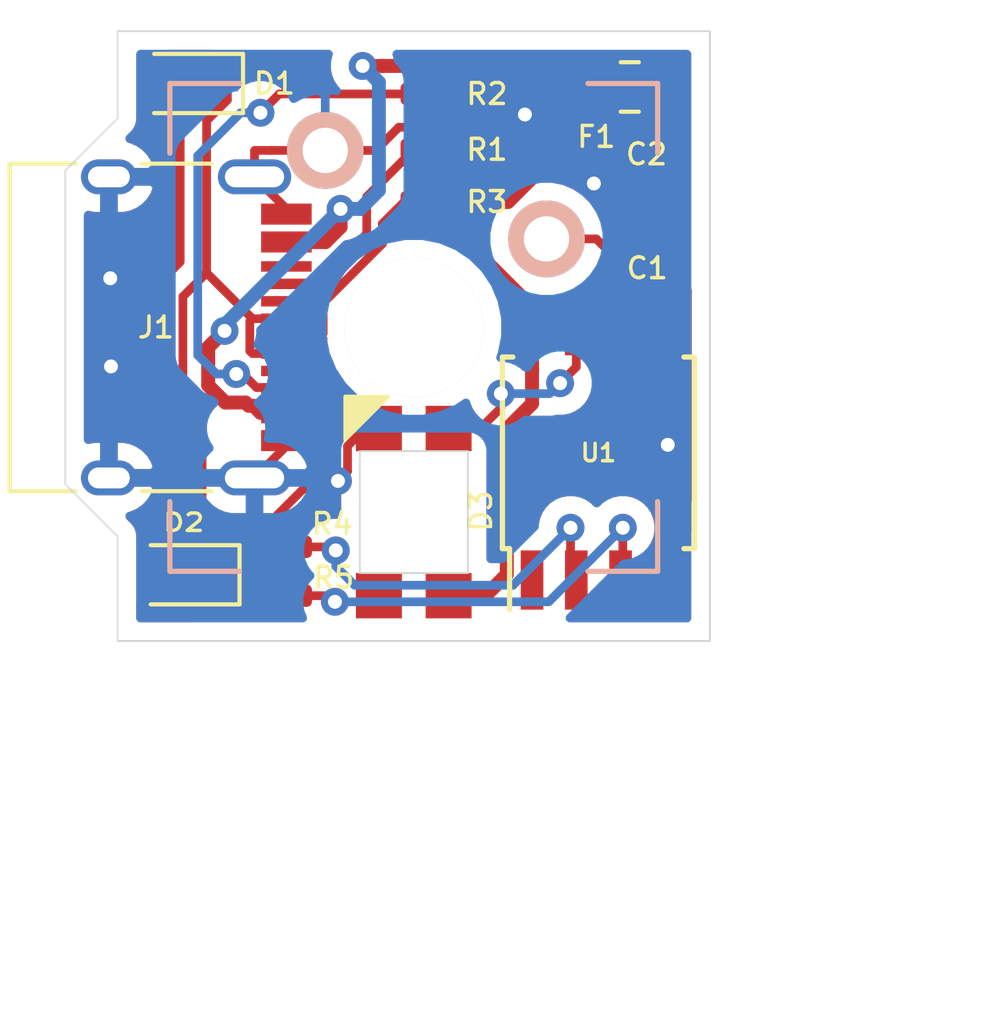
<source format=kicad_pcb>
(kicad_pcb (version 20171130) (host pcbnew "(5.1.5)-3")

  (general
    (thickness 1.6)
    (drawings 10)
    (tracks 174)
    (zones 0)
    (modules 14)
    (nets 17)
  )

  (page A4)
  (layers
    (0 F.Cu signal)
    (31 B.Cu signal)
    (32 B.Adhes user)
    (33 F.Adhes user)
    (34 B.Paste user)
    (35 F.Paste user)
    (36 B.SilkS user)
    (37 F.SilkS user)
    (38 B.Mask user)
    (39 F.Mask user)
    (40 Dwgs.User user)
    (41 Cmts.User user)
    (42 Eco1.User user)
    (43 Eco2.User user)
    (44 Edge.Cuts user)
    (45 Margin user)
    (46 B.CrtYd user)
    (47 F.CrtYd user)
    (48 B.Fab user)
    (49 F.Fab user)
  )

  (setup
    (last_trace_width 0.25)
    (trace_clearance 0.2)
    (zone_clearance 0.508)
    (zone_45_only no)
    (trace_min 0.2)
    (via_size 0.8)
    (via_drill 0.4)
    (via_min_size 0.4)
    (via_min_drill 0.3)
    (uvia_size 0.3)
    (uvia_drill 0.1)
    (uvias_allowed no)
    (uvia_min_size 0.2)
    (uvia_min_drill 0.1)
    (edge_width 0.05)
    (segment_width 0.2)
    (pcb_text_width 0.3)
    (pcb_text_size 1.5 1.5)
    (mod_edge_width 0.12)
    (mod_text_size 0.6 0.6)
    (mod_text_width 0.1)
    (pad_size 1.524 1.524)
    (pad_drill 0.762)
    (pad_to_mask_clearance 0.051)
    (solder_mask_min_width 0.25)
    (aux_axis_origin 37.5 39)
    (grid_origin 37.5 39)
    (visible_elements 7FFFFF7F)
    (pcbplotparams
      (layerselection 0x010fc_ffffffff)
      (usegerberextensions false)
      (usegerberattributes false)
      (usegerberadvancedattributes false)
      (creategerberjobfile false)
      (excludeedgelayer true)
      (linewidth 0.100000)
      (plotframeref false)
      (viasonmask false)
      (mode 1)
      (useauxorigin false)
      (hpglpennumber 1)
      (hpglpenspeed 20)
      (hpglpendiameter 15.000000)
      (psnegative false)
      (psa4output false)
      (plotreference true)
      (plotvalue true)
      (plotinvisibletext false)
      (padsonsilk false)
      (subtractmaskfromsilk false)
      (outputformat 1)
      (mirror false)
      (drillshape 0)
      (scaleselection 1)
      (outputdirectory "Garber/"))
  )

  (net 0 "")
  (net 1 GND)
  (net 2 VCC)
  (net 3 "Net-(D1-Pad1)")
  (net 4 "Net-(D2-Pad1)")
  (net 5 "Net-(J1-PadB5)")
  (net 6 "Net-(J1-PadA8)")
  (net 7 "Net-(J1-PadA5)")
  (net 8 "Net-(J1-PadB8)")
  (net 9 /usb_d-)
  (net 10 /usb_d+)
  (net 11 /switch_pin)
  (net 12 "Net-(U1-Pad1)")
  (net 13 "Net-(U1-Pad6)")
  (net 14 /led_pin)
  (net 15 "Net-(D3-Pad2)")
  (net 16 /VBUS)

  (net_class Default "これはデフォルトのネット クラスです。"
    (clearance 0.2)
    (trace_width 0.25)
    (via_dia 0.8)
    (via_drill 0.4)
    (uvia_dia 0.3)
    (uvia_drill 0.1)
    (add_net /led_pin)
    (add_net /switch_pin)
    (add_net /usb_d+)
    (add_net /usb_d-)
    (add_net GND)
    (add_net "Net-(D1-Pad1)")
    (add_net "Net-(D2-Pad1)")
    (add_net "Net-(D3-Pad2)")
    (add_net "Net-(J1-PadA5)")
    (add_net "Net-(J1-PadA8)")
    (add_net "Net-(J1-PadB5)")
    (add_net "Net-(J1-PadB8)")
    (add_net "Net-(U1-Pad1)")
    (add_net "Net-(U1-Pad6)")
  )

  (net_class Bold ""
    (clearance 0.2)
    (trace_width 0.4)
    (via_dia 0.8)
    (via_drill 0.4)
    (uvia_dia 0.3)
    (uvia_drill 0.1)
    (add_net /VBUS)
    (add_net VCC)
  )

  (module Connector_USB:USB_C_Receptacle_HRO_TYPE-C-31-M-12 (layer F.Cu) (tedit 5D3C0721) (tstamp 5EB6B68A)
    (at 39.8 47.5 270)
    (descr "USB Type-C receptacle for USB 2.0 and PD, http://www.krhro.com/uploads/soft/180320/1-1P320120243.pdf")
    (tags "usb usb-c 2.0 pd")
    (path /5EB579BD)
    (attr smd)
    (fp_text reference J1 (at 0 -0.3 180) (layer F.SilkS)
      (effects (font (size 0.6 0.6) (thickness 0.1)))
    )
    (fp_text value USB_C_Receptacle_USB2.0 (at 0 5.1 90) (layer F.Fab) hide
      (effects (font (size 1 1) (thickness 0.15)))
    )
    (fp_line (start -4.7 3.9) (end 4.7 3.9) (layer F.SilkS) (width 0.12))
    (fp_line (start -4.47 -3.65) (end 4.47 -3.65) (layer F.Fab) (width 0.1))
    (fp_line (start -4.47 -3.65) (end -4.47 3.65) (layer F.Fab) (width 0.1))
    (fp_line (start -4.47 3.65) (end 4.47 3.65) (layer F.Fab) (width 0.1))
    (fp_line (start 4.47 -3.65) (end 4.47 3.65) (layer F.Fab) (width 0.1))
    (fp_text user %R (at 0 0 90) (layer F.Fab)
      (effects (font (size 1 1) (thickness 0.15)))
    )
    (fp_line (start -5.32 -5.27) (end 5.32 -5.27) (layer F.CrtYd) (width 0.05))
    (fp_line (start -5.32 4.15) (end 5.32 4.15) (layer F.CrtYd) (width 0.05))
    (fp_line (start -5.32 -5.27) (end -5.32 4.15) (layer F.CrtYd) (width 0.05))
    (fp_line (start 5.32 -5.27) (end 5.32 4.15) (layer F.CrtYd) (width 0.05))
    (fp_line (start 4.7 -1.9) (end 4.7 0.1) (layer F.SilkS) (width 0.12))
    (fp_line (start 4.7 2) (end 4.7 3.9) (layer F.SilkS) (width 0.12))
    (fp_line (start -4.7 -1.9) (end -4.7 0.1) (layer F.SilkS) (width 0.12))
    (fp_line (start -4.7 2) (end -4.7 3.9) (layer F.SilkS) (width 0.12))
    (pad B1 smd rect (at 3.25 -4.045 270) (size 0.6 1.45) (layers F.Cu F.Paste F.Mask)
      (net 1 GND))
    (pad A9 smd rect (at 2.45 -4.045 270) (size 0.6 1.45) (layers F.Cu F.Paste F.Mask)
      (net 16 /VBUS))
    (pad B9 smd rect (at -2.45 -4.045 270) (size 0.6 1.45) (layers F.Cu F.Paste F.Mask)
      (net 16 /VBUS))
    (pad B12 smd rect (at -3.25 -4.045 270) (size 0.6 1.45) (layers F.Cu F.Paste F.Mask)
      (net 1 GND))
    (pad A1 smd rect (at -3.25 -4.045 270) (size 0.6 1.45) (layers F.Cu F.Paste F.Mask)
      (net 1 GND))
    (pad A4 smd rect (at -2.45 -4.045 270) (size 0.6 1.45) (layers F.Cu F.Paste F.Mask)
      (net 16 /VBUS))
    (pad B4 smd rect (at 2.45 -4.045 270) (size 0.6 1.45) (layers F.Cu F.Paste F.Mask)
      (net 16 /VBUS))
    (pad A12 smd rect (at 3.25 -4.045 270) (size 0.6 1.45) (layers F.Cu F.Paste F.Mask)
      (net 1 GND))
    (pad B8 smd rect (at -1.75 -4.045 270) (size 0.3 1.45) (layers F.Cu F.Paste F.Mask)
      (net 8 "Net-(J1-PadB8)"))
    (pad A5 smd rect (at -1.25 -4.045 270) (size 0.3 1.45) (layers F.Cu F.Paste F.Mask)
      (net 7 "Net-(J1-PadA5)"))
    (pad B7 smd rect (at -0.75 -4.045 270) (size 0.3 1.45) (layers F.Cu F.Paste F.Mask)
      (net 4 "Net-(D2-Pad1)"))
    (pad A7 smd rect (at 0.25 -4.045 270) (size 0.3 1.45) (layers F.Cu F.Paste F.Mask)
      (net 4 "Net-(D2-Pad1)"))
    (pad B6 smd rect (at 0.75 -4.045 270) (size 0.3 1.45) (layers F.Cu F.Paste F.Mask)
      (net 3 "Net-(D1-Pad1)"))
    (pad A8 smd rect (at 1.25 -4.045 270) (size 0.3 1.45) (layers F.Cu F.Paste F.Mask)
      (net 6 "Net-(J1-PadA8)"))
    (pad B5 smd rect (at 1.75 -4.045 270) (size 0.3 1.45) (layers F.Cu F.Paste F.Mask)
      (net 5 "Net-(J1-PadB5)"))
    (pad A6 smd rect (at -0.25 -4.045 270) (size 0.3 1.45) (layers F.Cu F.Paste F.Mask)
      (net 3 "Net-(D1-Pad1)"))
    (pad S1 thru_hole oval (at 4.32 -3.13 270) (size 1 2.1) (drill oval 0.6 1.7) (layers *.Cu *.Mask)
      (net 1 GND))
    (pad S1 thru_hole oval (at -4.32 -3.13 270) (size 1 2.1) (drill oval 0.6 1.7) (layers *.Cu *.Mask)
      (net 1 GND))
    (pad "" np_thru_hole circle (at -2.89 -2.6 270) (size 0.65 0.65) (drill 0.65) (layers *.Cu *.Mask))
    (pad S1 thru_hole oval (at -4.32 1.05 270) (size 1 1.6) (drill oval 0.6 1.2) (layers *.Cu *.Mask)
      (net 1 GND))
    (pad "" np_thru_hole circle (at 2.89 -2.6 270) (size 0.65 0.65) (drill 0.65) (layers *.Cu *.Mask))
    (pad S1 thru_hole oval (at 4.32 1.05 270) (size 1 1.6) (drill oval 0.6 1.2) (layers *.Cu *.Mask)
      (net 1 GND))
    (model ${KISYS3DMOD}/Connector_USB.3dshapes/USB_C_Receptacle_HRO_TYPE-C-31-M-12.wrl
      (at (xyz 0 0 0))
      (scale (xyz 1 1 1))
      (rotate (xyz 0 0 0))
    )
  )

  (module Diode_SMD:D_SOD-323 (layer F.Cu) (tedit 58641739) (tstamp 5EB6AD99)
    (at 41.1 40.5 180)
    (descr SOD-323)
    (tags SOD-323)
    (path /5EB68C1D)
    (attr smd)
    (fp_text reference D1 (at -2.4 0) (layer F.SilkS)
      (effects (font (size 0.6 0.6) (thickness 0.1)))
    )
    (fp_text value D_Zener (at 1.8 1.9) (layer F.Fab) hide
      (effects (font (size 1 1) (thickness 0.15)))
    )
    (fp_line (start -1.5 -0.85) (end 1.05 -0.85) (layer F.SilkS) (width 0.12))
    (fp_line (start -1.5 0.85) (end 1.05 0.85) (layer F.SilkS) (width 0.12))
    (fp_line (start -1.6 -0.95) (end -1.6 0.95) (layer F.CrtYd) (width 0.05))
    (fp_line (start -1.6 0.95) (end 1.6 0.95) (layer F.CrtYd) (width 0.05))
    (fp_line (start 1.6 -0.95) (end 1.6 0.95) (layer F.CrtYd) (width 0.05))
    (fp_line (start -1.6 -0.95) (end 1.6 -0.95) (layer F.CrtYd) (width 0.05))
    (fp_line (start -0.9 -0.7) (end 0.9 -0.7) (layer F.Fab) (width 0.1))
    (fp_line (start 0.9 -0.7) (end 0.9 0.7) (layer F.Fab) (width 0.1))
    (fp_line (start 0.9 0.7) (end -0.9 0.7) (layer F.Fab) (width 0.1))
    (fp_line (start -0.9 0.7) (end -0.9 -0.7) (layer F.Fab) (width 0.1))
    (fp_line (start -0.3 -0.35) (end -0.3 0.35) (layer F.Fab) (width 0.1))
    (fp_line (start -0.3 0) (end -0.5 0) (layer F.Fab) (width 0.1))
    (fp_line (start -0.3 0) (end 0.2 -0.35) (layer F.Fab) (width 0.1))
    (fp_line (start 0.2 -0.35) (end 0.2 0.35) (layer F.Fab) (width 0.1))
    (fp_line (start 0.2 0.35) (end -0.3 0) (layer F.Fab) (width 0.1))
    (fp_line (start 0.2 0) (end 0.45 0) (layer F.Fab) (width 0.1))
    (fp_line (start -1.5 -0.85) (end -1.5 0.85) (layer F.SilkS) (width 0.12))
    (fp_text user %R (at -2.65 0) (layer F.Fab)
      (effects (font (size 1 1) (thickness 0.15)))
    )
    (pad 2 smd rect (at 1.05 0 180) (size 0.6 0.45) (layers F.Cu F.Paste F.Mask)
      (net 1 GND))
    (pad 1 smd rect (at -1.05 0 180) (size 0.6 0.45) (layers F.Cu F.Paste F.Mask)
      (net 3 "Net-(D1-Pad1)"))
    (model ${KISYS3DMOD}/Diode_SMD.3dshapes/D_SOD-323.wrl
      (at (xyz 0 0 0))
      (scale (xyz 1 1 1))
      (rotate (xyz 0 0 0))
    )
  )

  (module Diode_SMD:D_SOD-323 (layer F.Cu) (tedit 58641739) (tstamp 5EB6B1E7)
    (at 41 54.6 180)
    (descr SOD-323)
    (tags SOD-323)
    (path /5EB66C84)
    (attr smd)
    (fp_text reference D2 (at 0.1 1.5) (layer F.SilkS)
      (effects (font (size 0.5 0.6) (thickness 0.1)))
    )
    (fp_text value D_Zener (at 1.9 -1.7) (layer F.Fab) hide
      (effects (font (size 1 1) (thickness 0.15)))
    )
    (fp_text user %R (at -0.75 1.6) (layer F.Fab)
      (effects (font (size 1 1) (thickness 0.15)))
    )
    (fp_line (start -1.5 -0.85) (end -1.5 0.85) (layer F.SilkS) (width 0.12))
    (fp_line (start 0.2 0) (end 0.45 0) (layer F.Fab) (width 0.1))
    (fp_line (start 0.2 0.35) (end -0.3 0) (layer F.Fab) (width 0.1))
    (fp_line (start 0.2 -0.35) (end 0.2 0.35) (layer F.Fab) (width 0.1))
    (fp_line (start -0.3 0) (end 0.2 -0.35) (layer F.Fab) (width 0.1))
    (fp_line (start -0.3 0) (end -0.5 0) (layer F.Fab) (width 0.1))
    (fp_line (start -0.3 -0.35) (end -0.3 0.35) (layer F.Fab) (width 0.1))
    (fp_line (start -0.9 0.7) (end -0.9 -0.7) (layer F.Fab) (width 0.1))
    (fp_line (start 0.9 0.7) (end -0.9 0.7) (layer F.Fab) (width 0.1))
    (fp_line (start 0.9 -0.7) (end 0.9 0.7) (layer F.Fab) (width 0.1))
    (fp_line (start -0.9 -0.7) (end 0.9 -0.7) (layer F.Fab) (width 0.1))
    (fp_line (start -1.6 -0.95) (end 1.6 -0.95) (layer F.CrtYd) (width 0.05))
    (fp_line (start 1.6 -0.95) (end 1.6 0.95) (layer F.CrtYd) (width 0.05))
    (fp_line (start -1.6 0.95) (end 1.6 0.95) (layer F.CrtYd) (width 0.05))
    (fp_line (start -1.6 -0.95) (end -1.6 0.95) (layer F.CrtYd) (width 0.05))
    (fp_line (start -1.5 0.85) (end 1.05 0.85) (layer F.SilkS) (width 0.12))
    (fp_line (start -1.5 -0.85) (end 1.05 -0.85) (layer F.SilkS) (width 0.12))
    (pad 1 smd rect (at -1.05 0 180) (size 0.6 0.45) (layers F.Cu F.Paste F.Mask)
      (net 4 "Net-(D2-Pad1)"))
    (pad 2 smd rect (at 1.05 0 180) (size 0.6 0.45) (layers F.Cu F.Paste F.Mask)
      (net 1 GND))
    (model ${KISYS3DMOD}/Diode_SMD.3dshapes/D_SOD-323.wrl
      (at (xyz 0 0 0))
      (scale (xyz 1 1 1))
      (rotate (xyz 0 0 0))
    )
  )

  (module Fuse:Fuse_0805_2012Metric (layer F.Cu) (tedit 5B36C52C) (tstamp 5EB6ADC2)
    (at 53.7 40.6 180)
    (descr "Fuse SMD 0805 (2012 Metric), square (rectangular) end terminal, IPC_7351 nominal, (Body size source: https://docs.google.com/spreadsheets/d/1BsfQQcO9C6DZCsRaXUlFlo91Tg2WpOkGARC1WS5S8t0/edit?usp=sharing), generated with kicad-footprint-generator")
    (tags resistor)
    (path /5EBD6E1C)
    (attr smd)
    (fp_text reference F1 (at 0.96 -1.43) (layer F.SilkS)
      (effects (font (size 0.6 0.6) (thickness 0.1)))
    )
    (fp_text value Fuse (at 0 2.1) (layer F.Fab) hide
      (effects (font (size 1 1) (thickness 0.15)))
    )
    (fp_line (start -1 0.6) (end -1 -0.6) (layer F.Fab) (width 0.1))
    (fp_line (start -1 -0.6) (end 1 -0.6) (layer F.Fab) (width 0.1))
    (fp_line (start 1 -0.6) (end 1 0.6) (layer F.Fab) (width 0.1))
    (fp_line (start 1 0.6) (end -1 0.6) (layer F.Fab) (width 0.1))
    (fp_line (start -0.258578 -0.71) (end 0.258578 -0.71) (layer F.SilkS) (width 0.12))
    (fp_line (start -0.258578 0.71) (end 0.258578 0.71) (layer F.SilkS) (width 0.12))
    (fp_line (start -1.68 0.95) (end -1.68 -0.95) (layer F.CrtYd) (width 0.05))
    (fp_line (start -1.68 -0.95) (end 1.68 -0.95) (layer F.CrtYd) (width 0.05))
    (fp_line (start 1.68 -0.95) (end 1.68 0.95) (layer F.CrtYd) (width 0.05))
    (fp_line (start 1.68 0.95) (end -1.68 0.95) (layer F.CrtYd) (width 0.05))
    (fp_text user %R (at 0 0) (layer F.Fab)
      (effects (font (size 0.5 0.5) (thickness 0.08)))
    )
    (pad 1 smd roundrect (at -0.9375 0 180) (size 0.975 1.4) (layers F.Cu F.Paste F.Mask) (roundrect_rratio 0.25)
      (net 2 VCC))
    (pad 2 smd roundrect (at 0.9375 0 180) (size 0.975 1.4) (layers F.Cu F.Paste F.Mask) (roundrect_rratio 0.25)
      (net 16 /VBUS))
    (model ${KISYS3DMOD}/Fuse.3dshapes/Fuse_0805_2012Metric.wrl
      (at (xyz 0 0 0))
      (scale (xyz 1 1 1))
      (rotate (xyz 0 0 0))
    )
  )

  (module Package_SO:SOIJ-8_5.3x5.3mm_P1.27mm (layer F.Cu) (tedit 5A02F2D3) (tstamp 5EB6AE75)
    (at 52.8 51.1 90)
    (descr "8-Lead Plastic Small Outline (SM) - Medium, 5.28 mm Body [SOIC] (see Microchip Packaging Specification 00000049BS.pdf)")
    (tags "SOIC 1.27")
    (path /5EB56ED8)
    (attr smd)
    (fp_text reference U1 (at 0 0 180) (layer F.SilkS)
      (effects (font (size 0.5 0.5) (thickness 0.1)))
    )
    (fp_text value ATtiny85-20SU (at -0.4 4.2 270) (layer F.Fab) hide
      (effects (font (size 1 1) (thickness 0.15)))
    )
    (fp_text user %R (at 0 -0.1 90) (layer F.Fab)
      (effects (font (size 1 1) (thickness 0.15)))
    )
    (fp_line (start -1.65 -2.65) (end 2.65 -2.65) (layer F.Fab) (width 0.15))
    (fp_line (start 2.65 -2.65) (end 2.65 2.65) (layer F.Fab) (width 0.15))
    (fp_line (start 2.65 2.65) (end -2.65 2.65) (layer F.Fab) (width 0.15))
    (fp_line (start -2.65 2.65) (end -2.65 -1.65) (layer F.Fab) (width 0.15))
    (fp_line (start -2.65 -1.65) (end -1.65 -2.65) (layer F.Fab) (width 0.15))
    (fp_line (start -4.75 -2.95) (end -4.75 2.95) (layer F.CrtYd) (width 0.05))
    (fp_line (start 4.75 -2.95) (end 4.75 2.95) (layer F.CrtYd) (width 0.05))
    (fp_line (start -4.75 -2.95) (end 4.75 -2.95) (layer F.CrtYd) (width 0.05))
    (fp_line (start -4.75 2.95) (end 4.75 2.95) (layer F.CrtYd) (width 0.05))
    (fp_line (start -2.75 -2.755) (end -2.75 -2.55) (layer F.SilkS) (width 0.15))
    (fp_line (start 2.75 -2.755) (end 2.75 -2.455) (layer F.SilkS) (width 0.15))
    (fp_line (start 2.75 2.755) (end 2.75 2.455) (layer F.SilkS) (width 0.15))
    (fp_line (start -2.75 2.755) (end -2.75 2.455) (layer F.SilkS) (width 0.15))
    (fp_line (start -2.75 -2.755) (end 2.75 -2.755) (layer F.SilkS) (width 0.15))
    (fp_line (start -2.75 2.755) (end 2.75 2.755) (layer F.SilkS) (width 0.15))
    (fp_line (start -2.75 -2.55) (end -4.5 -2.55) (layer F.SilkS) (width 0.15))
    (pad 1 smd rect (at -3.65 -1.905 90) (size 1.7 0.65) (layers F.Cu F.Paste F.Mask)
      (net 12 "Net-(U1-Pad1)"))
    (pad 2 smd rect (at -3.65 -0.635 90) (size 1.7 0.65) (layers F.Cu F.Paste F.Mask)
      (net 9 /usb_d-))
    (pad 3 smd rect (at -3.65 0.635 90) (size 1.7 0.65) (layers F.Cu F.Paste F.Mask)
      (net 10 /usb_d+))
    (pad 4 smd rect (at -3.65 1.905 90) (size 1.7 0.65) (layers F.Cu F.Paste F.Mask)
      (net 1 GND))
    (pad 5 smd rect (at 3.65 1.905 90) (size 1.7 0.65) (layers F.Cu F.Paste F.Mask)
      (net 11 /switch_pin))
    (pad 6 smd rect (at 3.65 0.635 90) (size 1.7 0.65) (layers F.Cu F.Paste F.Mask)
      (net 13 "Net-(U1-Pad6)"))
    (pad 7 smd rect (at 3.65 -0.635 90) (size 1.7 0.65) (layers F.Cu F.Paste F.Mask)
      (net 14 /led_pin))
    (pad 8 smd rect (at 3.65 -1.905 90) (size 1.7 0.65) (layers F.Cu F.Paste F.Mask)
      (net 2 VCC))
    (model ${KISYS3DMOD}/Package_SO.3dshapes/SOIJ-8_5.3x5.3mm_P1.27mm.wrl
      (at (xyz 0 0 0))
      (scale (xyz 1 1 1))
      (rotate (xyz 0 0 0))
    )
  )

  (module Capacitor_SMD:C_0402_1005Metric (layer F.Cu) (tedit 5B301BBE) (tstamp 5EB72D69)
    (at 54.2 44.8 180)
    (descr "Capacitor SMD 0402 (1005 Metric), square (rectangular) end terminal, IPC_7351 nominal, (Body size source: http://www.tortai-tech.com/upload/download/2011102023233369053.pdf), generated with kicad-footprint-generator")
    (tags capacitor)
    (path /5EB944BB)
    (attr smd)
    (fp_text reference C1 (at 0 -1) (layer F.SilkS)
      (effects (font (size 0.6 0.6) (thickness 0.1)))
    )
    (fp_text value 10uf (at -2.9 -0.1) (layer F.Fab) hide
      (effects (font (size 1 1) (thickness 0.15)))
    )
    (fp_text user %R (at 0 0) (layer F.Fab)
      (effects (font (size 0.25 0.25) (thickness 0.04)))
    )
    (fp_line (start 0.93 0.47) (end -0.93 0.47) (layer F.CrtYd) (width 0.05))
    (fp_line (start 0.93 -0.47) (end 0.93 0.47) (layer F.CrtYd) (width 0.05))
    (fp_line (start -0.93 -0.47) (end 0.93 -0.47) (layer F.CrtYd) (width 0.05))
    (fp_line (start -0.93 0.47) (end -0.93 -0.47) (layer F.CrtYd) (width 0.05))
    (fp_line (start 0.5 0.25) (end -0.5 0.25) (layer F.Fab) (width 0.1))
    (fp_line (start 0.5 -0.25) (end 0.5 0.25) (layer F.Fab) (width 0.1))
    (fp_line (start -0.5 -0.25) (end 0.5 -0.25) (layer F.Fab) (width 0.1))
    (fp_line (start -0.5 0.25) (end -0.5 -0.25) (layer F.Fab) (width 0.1))
    (pad 2 smd roundrect (at 0.485 0 180) (size 0.59 0.64) (layers F.Cu F.Paste F.Mask) (roundrect_rratio 0.25)
      (net 1 GND))
    (pad 1 smd roundrect (at -0.485 0 180) (size 0.59 0.64) (layers F.Cu F.Paste F.Mask) (roundrect_rratio 0.25)
      (net 2 VCC))
    (model ${KISYS3DMOD}/Capacitor_SMD.3dshapes/C_0402_1005Metric.wrl
      (at (xyz 0 0 0))
      (scale (xyz 1 1 1))
      (rotate (xyz 0 0 0))
    )
  )

  (module Capacitor_SMD:C_0402_1005Metric (layer F.Cu) (tedit 5B301BBE) (tstamp 5EB6B7B3)
    (at 54.2 43.4 180)
    (descr "Capacitor SMD 0402 (1005 Metric), square (rectangular) end terminal, IPC_7351 nominal, (Body size source: http://www.tortai-tech.com/upload/download/2011102023233369053.pdf), generated with kicad-footprint-generator")
    (tags capacitor)
    (path /5EB8F9A1)
    (attr smd)
    (fp_text reference C2 (at 0.02 0.87) (layer F.SilkS)
      (effects (font (size 0.6 0.6) (thickness 0.1)))
    )
    (fp_text value 0.1uf (at -3.1 0.1) (layer F.Fab) hide
      (effects (font (size 1 1) (thickness 0.15)))
    )
    (fp_line (start -0.5 0.25) (end -0.5 -0.25) (layer F.Fab) (width 0.1))
    (fp_line (start -0.5 -0.25) (end 0.5 -0.25) (layer F.Fab) (width 0.1))
    (fp_line (start 0.5 -0.25) (end 0.5 0.25) (layer F.Fab) (width 0.1))
    (fp_line (start 0.5 0.25) (end -0.5 0.25) (layer F.Fab) (width 0.1))
    (fp_line (start -0.93 0.47) (end -0.93 -0.47) (layer F.CrtYd) (width 0.05))
    (fp_line (start -0.93 -0.47) (end 0.93 -0.47) (layer F.CrtYd) (width 0.05))
    (fp_line (start 0.93 -0.47) (end 0.93 0.47) (layer F.CrtYd) (width 0.05))
    (fp_line (start 0.93 0.47) (end -0.93 0.47) (layer F.CrtYd) (width 0.05))
    (fp_text user %R (at 0 0) (layer F.Fab)
      (effects (font (size 0.25 0.25) (thickness 0.04)))
    )
    (pad 1 smd roundrect (at -0.485 0 180) (size 0.59 0.64) (layers F.Cu F.Paste F.Mask) (roundrect_rratio 0.25)
      (net 2 VCC))
    (pad 2 smd roundrect (at 0.485 0 180) (size 0.59 0.64) (layers F.Cu F.Paste F.Mask) (roundrect_rratio 0.25)
      (net 1 GND))
    (model ${KISYS3DMOD}/Capacitor_SMD.3dshapes/C_0402_1005Metric.wrl
      (at (xyz 0 0 0))
      (scale (xyz 1 1 1))
      (rotate (xyz 0 0 0))
    )
  )

  (module Resistor_SMD:R_0402_1005Metric (layer F.Cu) (tedit 5B301BBD) (tstamp 5EB6B7C1)
    (at 47.9 42.4)
    (descr "Resistor SMD 0402 (1005 Metric), square (rectangular) end terminal, IPC_7351 nominal, (Body size source: http://www.tortai-tech.com/upload/download/2011102023233369053.pdf), generated with kicad-footprint-generator")
    (tags resistor)
    (path /5EB6CE81)
    (attr smd)
    (fp_text reference R1 (at 1.7 0) (layer F.SilkS)
      (effects (font (size 0.6 0.6) (thickness 0.1)))
    )
    (fp_text value 5K1 (at 2.6 0.1) (layer F.Fab) hide
      (effects (font (size 1 1) (thickness 0.15)))
    )
    (fp_text user %R (at 0 0) (layer F.Fab)
      (effects (font (size 0.25 0.25) (thickness 0.04)))
    )
    (fp_line (start 0.93 0.47) (end -0.93 0.47) (layer F.CrtYd) (width 0.05))
    (fp_line (start 0.93 -0.47) (end 0.93 0.47) (layer F.CrtYd) (width 0.05))
    (fp_line (start -0.93 -0.47) (end 0.93 -0.47) (layer F.CrtYd) (width 0.05))
    (fp_line (start -0.93 0.47) (end -0.93 -0.47) (layer F.CrtYd) (width 0.05))
    (fp_line (start 0.5 0.25) (end -0.5 0.25) (layer F.Fab) (width 0.1))
    (fp_line (start 0.5 -0.25) (end 0.5 0.25) (layer F.Fab) (width 0.1))
    (fp_line (start -0.5 -0.25) (end 0.5 -0.25) (layer F.Fab) (width 0.1))
    (fp_line (start -0.5 0.25) (end -0.5 -0.25) (layer F.Fab) (width 0.1))
    (pad 2 smd roundrect (at 0.485 0) (size 0.59 0.64) (layers F.Cu F.Paste F.Mask) (roundrect_rratio 0.25)
      (net 1 GND))
    (pad 1 smd roundrect (at -0.485 0) (size 0.59 0.64) (layers F.Cu F.Paste F.Mask) (roundrect_rratio 0.25)
      (net 7 "Net-(J1-PadA5)"))
    (model ${KISYS3DMOD}/Resistor_SMD.3dshapes/R_0402_1005Metric.wrl
      (at (xyz 0 0 0))
      (scale (xyz 1 1 1))
      (rotate (xyz 0 0 0))
    )
  )

  (module Resistor_SMD:R_0402_1005Metric (layer F.Cu) (tedit 5B301BBD) (tstamp 5EB6B7CF)
    (at 47.9 40.8)
    (descr "Resistor SMD 0402 (1005 Metric), square (rectangular) end terminal, IPC_7351 nominal, (Body size source: http://www.tortai-tech.com/upload/download/2011102023233369053.pdf), generated with kicad-footprint-generator")
    (tags resistor)
    (path /5EB732AC)
    (attr smd)
    (fp_text reference R2 (at 1.7 0) (layer F.SilkS)
      (effects (font (size 0.6 0.6) (thickness 0.1)))
    )
    (fp_text value 5K1 (at 2.6 -0.3) (layer F.Fab) hide
      (effects (font (size 1 1) (thickness 0.15)))
    )
    (fp_line (start -0.5 0.25) (end -0.5 -0.25) (layer F.Fab) (width 0.1))
    (fp_line (start -0.5 -0.25) (end 0.5 -0.25) (layer F.Fab) (width 0.1))
    (fp_line (start 0.5 -0.25) (end 0.5 0.25) (layer F.Fab) (width 0.1))
    (fp_line (start 0.5 0.25) (end -0.5 0.25) (layer F.Fab) (width 0.1))
    (fp_line (start -0.93 0.47) (end -0.93 -0.47) (layer F.CrtYd) (width 0.05))
    (fp_line (start -0.93 -0.47) (end 0.93 -0.47) (layer F.CrtYd) (width 0.05))
    (fp_line (start 0.93 -0.47) (end 0.93 0.47) (layer F.CrtYd) (width 0.05))
    (fp_line (start 0.93 0.47) (end -0.93 0.47) (layer F.CrtYd) (width 0.05))
    (fp_text user %R (at 0 0) (layer F.Fab)
      (effects (font (size 0.25 0.25) (thickness 0.04)))
    )
    (pad 1 smd roundrect (at -0.485 0) (size 0.59 0.64) (layers F.Cu F.Paste F.Mask) (roundrect_rratio 0.25)
      (net 5 "Net-(J1-PadB5)"))
    (pad 2 smd roundrect (at 0.485 0) (size 0.59 0.64) (layers F.Cu F.Paste F.Mask) (roundrect_rratio 0.25)
      (net 1 GND))
    (model ${KISYS3DMOD}/Resistor_SMD.3dshapes/R_0402_1005Metric.wrl
      (at (xyz 0 0 0))
      (scale (xyz 1 1 1))
      (rotate (xyz 0 0 0))
    )
  )

  (module Resistor_SMD:R_0402_1005Metric (layer F.Cu) (tedit 5B301BBD) (tstamp 5EB6B7DD)
    (at 47.9 43.9)
    (descr "Resistor SMD 0402 (1005 Metric), square (rectangular) end terminal, IPC_7351 nominal, (Body size source: http://www.tortai-tech.com/upload/download/2011102023233369053.pdf), generated with kicad-footprint-generator")
    (tags resistor)
    (path /5EB665DB)
    (attr smd)
    (fp_text reference R3 (at 1.7 0 180) (layer F.SilkS)
      (effects (font (size 0.6 0.6) (thickness 0.1)))
    )
    (fp_text value 1K5 (at 2.6 0.1) (layer F.Fab) hide
      (effects (font (size 1 1) (thickness 0.15)))
    )
    (fp_line (start -0.5 0.25) (end -0.5 -0.25) (layer F.Fab) (width 0.1))
    (fp_line (start -0.5 -0.25) (end 0.5 -0.25) (layer F.Fab) (width 0.1))
    (fp_line (start 0.5 -0.25) (end 0.5 0.25) (layer F.Fab) (width 0.1))
    (fp_line (start 0.5 0.25) (end -0.5 0.25) (layer F.Fab) (width 0.1))
    (fp_line (start -0.93 0.47) (end -0.93 -0.47) (layer F.CrtYd) (width 0.05))
    (fp_line (start -0.93 -0.47) (end 0.93 -0.47) (layer F.CrtYd) (width 0.05))
    (fp_line (start 0.93 -0.47) (end 0.93 0.47) (layer F.CrtYd) (width 0.05))
    (fp_line (start 0.93 0.47) (end -0.93 0.47) (layer F.CrtYd) (width 0.05))
    (fp_text user %R (at 0 0) (layer F.Fab)
      (effects (font (size 0.25 0.25) (thickness 0.04)))
    )
    (pad 1 smd roundrect (at -0.485 0) (size 0.59 0.64) (layers F.Cu F.Paste F.Mask) (roundrect_rratio 0.25)
      (net 4 "Net-(D2-Pad1)"))
    (pad 2 smd roundrect (at 0.485 0) (size 0.59 0.64) (layers F.Cu F.Paste F.Mask) (roundrect_rratio 0.25)
      (net 2 VCC))
    (model ${KISYS3DMOD}/Resistor_SMD.3dshapes/R_0402_1005Metric.wrl
      (at (xyz 0 0 0))
      (scale (xyz 1 1 1))
      (rotate (xyz 0 0 0))
    )
  )

  (module Resistor_SMD:R_0402_1005Metric (layer F.Cu) (tedit 5B301BBD) (tstamp 5EB6B7EB)
    (at 43.8 53.8 180)
    (descr "Resistor SMD 0402 (1005 Metric), square (rectangular) end terminal, IPC_7351 nominal, (Body size source: http://www.tortai-tech.com/upload/download/2011102023233369053.pdf), generated with kicad-footprint-generator")
    (tags resistor)
    (path /5EB64540)
    (attr smd)
    (fp_text reference R4 (at -1.36 0.66 180) (layer F.SilkS)
      (effects (font (size 0.6 0.6) (thickness 0.1)))
    )
    (fp_text value 68R (at -0.5 1.1) (layer F.Fab) hide
      (effects (font (size 1 1) (thickness 0.15)))
    )
    (fp_line (start -0.5 0.25) (end -0.5 -0.25) (layer F.Fab) (width 0.1))
    (fp_line (start -0.5 -0.25) (end 0.5 -0.25) (layer F.Fab) (width 0.1))
    (fp_line (start 0.5 -0.25) (end 0.5 0.25) (layer F.Fab) (width 0.1))
    (fp_line (start 0.5 0.25) (end -0.5 0.25) (layer F.Fab) (width 0.1))
    (fp_line (start -0.93 0.47) (end -0.93 -0.47) (layer F.CrtYd) (width 0.05))
    (fp_line (start -0.93 -0.47) (end 0.93 -0.47) (layer F.CrtYd) (width 0.05))
    (fp_line (start 0.93 -0.47) (end 0.93 0.47) (layer F.CrtYd) (width 0.05))
    (fp_line (start 0.93 0.47) (end -0.93 0.47) (layer F.CrtYd) (width 0.05))
    (fp_text user %R (at 0 0) (layer F.Fab)
      (effects (font (size 0.25 0.25) (thickness 0.04)))
    )
    (pad 1 smd roundrect (at -0.485 0 180) (size 0.59 0.64) (layers F.Cu F.Paste F.Mask) (roundrect_rratio 0.25)
      (net 9 /usb_d-))
    (pad 2 smd roundrect (at 0.485 0 180) (size 0.59 0.64) (layers F.Cu F.Paste F.Mask) (roundrect_rratio 0.25)
      (net 4 "Net-(D2-Pad1)"))
    (model ${KISYS3DMOD}/Resistor_SMD.3dshapes/R_0402_1005Metric.wrl
      (at (xyz 0 0 0))
      (scale (xyz 1 1 1))
      (rotate (xyz 0 0 0))
    )
  )

  (module Resistor_SMD:R_0402_1005Metric (layer F.Cu) (tedit 5B301BBD) (tstamp 5EB6B7F9)
    (at 43.8 55.2)
    (descr "Resistor SMD 0402 (1005 Metric), square (rectangular) end terminal, IPC_7351 nominal, (Body size source: http://www.tortai-tech.com/upload/download/2011102023233369053.pdf), generated with kicad-footprint-generator")
    (tags resistor)
    (path /5EB65938)
    (attr smd)
    (fp_text reference R5 (at 1.4 -0.52) (layer F.SilkS)
      (effects (font (size 0.6 0.6) (thickness 0.1)))
    )
    (fp_text value 68R (at 0.5 1.4) (layer F.Fab) hide
      (effects (font (size 1 1) (thickness 0.15)))
    )
    (fp_text user %R (at 0 0) (layer F.Fab)
      (effects (font (size 0.25 0.25) (thickness 0.04)))
    )
    (fp_line (start 0.93 0.47) (end -0.93 0.47) (layer F.CrtYd) (width 0.05))
    (fp_line (start 0.93 -0.47) (end 0.93 0.47) (layer F.CrtYd) (width 0.05))
    (fp_line (start -0.93 -0.47) (end 0.93 -0.47) (layer F.CrtYd) (width 0.05))
    (fp_line (start -0.93 0.47) (end -0.93 -0.47) (layer F.CrtYd) (width 0.05))
    (fp_line (start 0.5 0.25) (end -0.5 0.25) (layer F.Fab) (width 0.1))
    (fp_line (start 0.5 -0.25) (end 0.5 0.25) (layer F.Fab) (width 0.1))
    (fp_line (start -0.5 -0.25) (end 0.5 -0.25) (layer F.Fab) (width 0.1))
    (fp_line (start -0.5 0.25) (end -0.5 -0.25) (layer F.Fab) (width 0.1))
    (pad 2 smd roundrect (at 0.485 0) (size 0.59 0.64) (layers F.Cu F.Paste F.Mask) (roundrect_rratio 0.25)
      (net 10 /usb_d+))
    (pad 1 smd roundrect (at -0.485 0) (size 0.59 0.64) (layers F.Cu F.Paste F.Mask) (roundrect_rratio 0.25)
      (net 3 "Net-(D1-Pad1)"))
    (model ${KISYS3DMOD}/Resistor_SMD.3dshapes/R_0402_1005Metric.wrl
      (at (xyz 0 0 0))
      (scale (xyz 1 1 1))
      (rotate (xyz 0 0 0))
    )
  )

  (module ライブラリ:YS-SK6812MINI-E_short (layer B.Cu) (tedit 5EB6601B) (tstamp 5EB6CB22)
    (at 47.5 52.8 90)
    (path /5EB87882)
    (fp_text reference D3 (at 0.03 1.93 270) (layer F.SilkS)
      (effects (font (size 0.6 0.6) (thickness 0.1)))
    )
    (fp_text value YS-SK6812MINI-E-Custom_Footprints (at 0 0.5 270) (layer B.Fab)
      (effects (font (size 1 1) (thickness 0.15)) (justify mirror))
    )
    (fp_line (start -1.75 1.55) (end -1.75 -1.55) (layer Edge.Cuts) (width 0.05))
    (fp_line (start -1.75 -1.55) (end 1.75 -1.55) (layer Edge.Cuts) (width 0.05))
    (fp_line (start 1.75 -1.55) (end 1.75 1.55) (layer Edge.Cuts) (width 0.05))
    (fp_line (start 1.75 1.55) (end -1.75 1.55) (layer Edge.Cuts) (width 0.05))
    (fp_line (start -1.625 1.425) (end -1.625 -1.425) (layer F.CrtYd) (width 0.12))
    (fp_line (start -1.625 -1.425) (end 1.625 -1.425) (layer F.CrtYd) (width 0.12))
    (fp_line (start 1.625 -1.425) (end 1.625 1.425) (layer F.CrtYd) (width 0.12))
    (fp_line (start 1.625 1.425) (end -1.625 1.425) (layer F.CrtYd) (width 0.12))
    (fp_circle (center 0 0) (end 0 1) (layer B.Fab) (width 0.1))
    (fp_poly (pts (xy 3.32 -0.72) (xy 3.32 -1.97) (xy 2.07 -1.97)) (layer F.SilkS) (width 0.1))
    (pad 1 smd rect (at -2.4 1 90) (size 1.3 1.32) (layers F.Cu F.Paste F.Mask)
      (net 2 VCC))
    (pad 2 smd rect (at -2.4 -1 90) (size 1.3 1.32) (layers F.Cu F.Paste F.Mask)
      (net 15 "Net-(D3-Pad2)"))
    (pad 3 smd rect (at 2.4 -1 90) (size 1.3 1.32) (layers F.Cu F.Paste F.Mask)
      (net 1 GND))
    (pad 4 smd rect (at 2.4 1 90) (size 1.3 1.32) (layers F.Cu F.Paste F.Mask)
      (net 14 /led_pin))
  )

  (module ライブラリ:CherryMX_noLed (layer B.Cu) (tedit 5915BD44) (tstamp 5EB6CB7B)
    (at 47.5 47.5 180)
    (path /5EB869C8)
    (fp_text reference SW1 (at 4.6 -6) (layer B.SilkS) hide
      (effects (font (size 1 1) (thickness 0.15)) (justify mirror))
    )
    (fp_text value SW_Push (at 0.1 -9.3) (layer B.Fab) hide
      (effects (font (size 1 1) (thickness 0.15)) (justify mirror))
    )
    (fp_line (start -7 5) (end -7 7) (layer B.SilkS) (width 0.15))
    (fp_line (start -7 7) (end -5 7) (layer B.SilkS) (width 0.15))
    (fp_line (start -5 -7) (end -7 -7) (layer B.SilkS) (width 0.15))
    (fp_line (start -7 -7) (end -7 -5) (layer B.SilkS) (width 0.15))
    (fp_line (start 7 -5) (end 7 -7) (layer B.SilkS) (width 0.15))
    (fp_line (start 7 -7) (end 5 -7) (layer B.SilkS) (width 0.15))
    (fp_line (start 5 7) (end 7 7) (layer B.SilkS) (width 0.15))
    (fp_line (start 7 7) (end 7 5) (layer B.SilkS) (width 0.15))
    (pad 1 thru_hole circle (at -3.81 2.54 180) (size 2.2 2.2) (drill 1.3) (layers *.Cu *.Mask B.SilkS)
      (net 11 /switch_pin))
    (pad 2 thru_hole circle (at 2.54 5.08 180) (size 2.2 2.2) (drill 1.3) (layers *.Cu *.Mask B.SilkS)
      (net 1 GND))
    (pad "" np_thru_hole circle (at 0 0 90) (size 4 4) (drill 4) (layers *.Cu *.Mask B.SilkS))
  )

  (gr_line (start 37.5 52) (end 37.5 43) (layer Edge.Cuts) (width 0.05) (tstamp 5EB735F6))
  (gr_line (start 39 53.5) (end 37.5 52) (layer Edge.Cuts) (width 0.05))
  (gr_line (start 39 41.5) (end 37.5 43) (layer Edge.Cuts) (width 0.05))
  (gr_line (start 39 56.5) (end 56 56.5) (layer Edge.Cuts) (width 0.05))
  (dimension 17 (width 0.15) (layer Eco2.User)
    (gr_text "17.000 mm" (at 62.55 47.5 270) (layer Eco2.User)
      (effects (font (size 1 1) (thickness 0.15)))
    )
    (feature1 (pts (xy 56 56) (xy 61.836421 56)))
    (feature2 (pts (xy 56 39) (xy 61.836421 39)))
    (crossbar (pts (xy 61.25 39) (xy 61.25 56)))
    (arrow1a (pts (xy 61.25 56) (xy 60.663579 54.873496)))
    (arrow1b (pts (xy 61.25 56) (xy 61.836421 54.873496)))
    (arrow2a (pts (xy 61.25 39) (xy 60.663579 40.126504)))
    (arrow2b (pts (xy 61.25 39) (xy 61.836421 40.126504)))
  )
  (dimension 18.25 (width 0.15) (layer Eco2.User)
    (gr_text "18.250 mm" (at 46.875 61.8) (layer Eco2.User)
      (effects (font (size 1 1) (thickness 0.15)))
    )
    (feature1 (pts (xy 56 52.25) (xy 56 61.086421)))
    (feature2 (pts (xy 37.75 52.25) (xy 37.75 61.086421)))
    (crossbar (pts (xy 37.75 60.5) (xy 56 60.5)))
    (arrow1a (pts (xy 56 60.5) (xy 54.873496 61.086421)))
    (arrow1b (pts (xy 56 60.5) (xy 54.873496 59.913579)))
    (arrow2a (pts (xy 37.75 60.5) (xy 38.876504 61.086421)))
    (arrow2b (pts (xy 37.75 60.5) (xy 38.876504 59.913579)))
  )
  (gr_line (start 39 53.5) (end 39 56.5) (layer Edge.Cuts) (width 0.05) (tstamp 5EB6C839))
  (gr_line (start 39 41.5) (end 39 39) (layer Edge.Cuts) (width 0.05) (tstamp 5EB6C838))
  (gr_line (start 56 39) (end 56 56.5) (layer Edge.Cuts) (width 0.05) (tstamp 5EB6B69B))
  (gr_line (start 39 39) (end 56 39) (layer Edge.Cuts) (width 0.05) (tstamp 5EB6B693))

  (segment (start 43.845 44.095) (end 42.93 43.18) (width 0.25) (layer F.Cu) (net 1))
  (segment (start 43.845 44.25) (end 43.845 44.095) (width 0.25) (layer F.Cu) (net 1))
  (segment (start 43.845 50.905) (end 42.93 51.82) (width 0.25) (layer F.Cu) (net 1))
  (segment (start 43.845 50.75) (end 43.845 50.905) (width 0.25) (layer F.Cu) (net 1))
  (segment (start 54.705 53.095) (end 54.705 54.75) (width 0.25) (layer F.Cu) (net 1))
  (segment (start 55.355001 46.455001) (end 55.355001 52.444999) (width 0.25) (layer F.Cu) (net 1))
  (segment (start 55.355001 52.444999) (end 54.705 53.095) (width 0.25) (layer F.Cu) (net 1))
  (segment (start 53.715 44.815) (end 54.06499 45.16499) (width 0.25) (layer F.Cu) (net 1))
  (segment (start 53.715 44.8) (end 53.715 44.815) (width 0.25) (layer F.Cu) (net 1))
  (segment (start 54.06499 45.16499) (end 54.06499 45.168222) (width 0.25) (layer F.Cu) (net 1))
  (segment (start 54.34501 45.44501) (end 55.355001 46.455001) (width 0.25) (layer F.Cu) (net 1))
  (segment (start 54.06499 45.168222) (end 54.341778 45.44501) (width 0.25) (layer F.Cu) (net 1))
  (segment (start 54.341778 45.44501) (end 54.34501 45.44501) (width 0.25) (layer F.Cu) (net 1))
  (segment (start 42.93 51.82) (end 45.239677 51.82) (width 0.25) (layer B.Cu) (net 1))
  (segment (start 46.5 50.4) (end 46.105012 50.4) (width 0.25) (layer F.Cu) (net 1))
  (segment (start 46.105012 50.4) (end 45.59999 50.905022) (width 0.25) (layer F.Cu) (net 1))
  (segment (start 45.59999 51.630331) (end 45.324999 51.905322) (width 0.25) (layer F.Cu) (net 1))
  (segment (start 45.59999 50.905022) (end 45.59999 51.630331) (width 0.25) (layer F.Cu) (net 1))
  (segment (start 45.239677 51.82) (end 45.324999 51.905322) (width 0.25) (layer B.Cu) (net 1))
  (via (at 45.324999 51.905322) (size 0.8) (drill 0.4) (layers F.Cu B.Cu) (net 1))
  (segment (start 44.96 42.42) (end 46.406768 42.42) (width 0.25) (layer F.Cu) (net 1))
  (segment (start 46.406768 42.42) (end 47.071778 41.75499) (width 0.25) (layer F.Cu) (net 1))
  (segment (start 47.75001 41.75499) (end 48.385 41.12) (width 0.25) (layer F.Cu) (net 1))
  (segment (start 47.071778 41.75499) (end 47.75001 41.75499) (width 0.25) (layer F.Cu) (net 1))
  (segment (start 42.94 42.42) (end 43.404366 42.42) (width 0.25) (layer F.Cu) (net 1))
  (segment (start 43.404366 42.42) (end 44.96 42.42) (width 0.25) (layer F.Cu) (net 1))
  (segment (start 42.93 42.43) (end 42.94 42.42) (width 0.25) (layer F.Cu) (net 1))
  (segment (start 42.93 43.18) (end 42.93 42.43) (width 0.25) (layer F.Cu) (net 1))
  (segment (start 44.96 40.864366) (end 43.895634 39.8) (width 0.25) (layer B.Cu) (net 1))
  (segment (start 44.96 42.42) (end 44.96 40.864366) (width 0.25) (layer B.Cu) (net 1))
  (segment (start 43.895634 39.8) (end 42.4 39.8) (width 0.25) (layer B.Cu) (net 1))
  (segment (start 42.4 39.8) (end 40.3 41.9) (width 0.25) (layer B.Cu) (net 1))
  (segment (start 39.8 43.18) (end 38.75 43.18) (width 0.25) (layer B.Cu) (net 1))
  (segment (start 40.3 42.68) (end 39.8 43.18) (width 0.25) (layer B.Cu) (net 1))
  (segment (start 40.3 41.9) (end 40.3 42.68) (width 0.25) (layer B.Cu) (net 1))
  (segment (start 48.385 41.12) (end 48.385 40.8) (width 0.25) (layer F.Cu) (net 1))
  (segment (start 50.124315 41.39) (end 50.69 41.39) (width 0.25) (layer F.Cu) (net 1))
  (via (at 50.69 41.39) (size 0.8) (drill 0.4) (layers F.Cu B.Cu) (net 1))
  (segment (start 48.655 41.39) (end 50.124315 41.39) (width 0.25) (layer F.Cu) (net 1))
  (segment (start 48.385 41.12) (end 48.655 41.39) (width 0.25) (layer F.Cu) (net 1))
  (segment (start 52.7 43.4) (end 52.67 43.37) (width 0.25) (layer F.Cu) (net 1))
  (via (at 52.67 43.37) (size 0.8) (drill 0.4) (layers F.Cu B.Cu) (net 1))
  (segment (start 50.69 41.39) (end 52.67 43.37) (width 0.25) (layer B.Cu) (net 1))
  (segment (start 53.715 43.4) (end 52.7 43.4) (width 0.25) (layer F.Cu) (net 1))
  (via (at 54.79 50.87) (size 0.8) (drill 0.4) (layers F.Cu B.Cu) (net 1))
  (via (at 38.81 48.62) (size 0.8) (drill 0.4) (layers F.Cu B.Cu) (net 1))
  (via (at 38.79 46.09) (size 0.8) (drill 0.4) (layers F.Cu B.Cu) (net 1))
  (segment (start 54.6375 43.3525) (end 54.685 43.4) (width 0.4) (layer F.Cu) (net 2))
  (segment (start 54.6375 40.6) (end 54.6375 43.3525) (width 0.4) (layer F.Cu) (net 2))
  (segment (start 54.685 43.4) (end 54.685 44.8) (width 0.4) (layer F.Cu) (net 2))
  (segment (start 50.895 46.925) (end 50.895 47.45) (width 0.4) (layer F.Cu) (net 2))
  (segment (start 48.385 43.9) (end 48.385 44.415) (width 0.4) (layer F.Cu) (net 2))
  (segment (start 48.385 44.415) (end 50.895 46.925) (width 0.4) (layer F.Cu) (net 2))
  (segment (start 50.895 48.7) (end 50.895 47.45) (width 0.4) (layer F.Cu) (net 2))
  (segment (start 49.56 55.2) (end 50.169999 54.590001) (width 0.4) (layer F.Cu) (net 2))
  (segment (start 48.5 55.2) (end 49.56 55.2) (width 0.4) (layer F.Cu) (net 2))
  (segment (start 50.169999 54.590001) (end 50.169999 50.414005) (width 0.4) (layer F.Cu) (net 2))
  (segment (start 50.169999 50.414005) (end 50.895 49.689004) (width 0.4) (layer F.Cu) (net 2))
  (segment (start 50.895 49.689004) (end 50.895 48.7) (width 0.4) (layer F.Cu) (net 2))
  (segment (start 48.385 43.9) (end 50.205996 43.9) (width 0.4) (layer F.Cu) (net 2))
  (segment (start 54.151973 41.085527) (end 54.6375 40.6) (width 0.4) (layer F.Cu) (net 2))
  (segment (start 50.205996 43.9) (end 52.405986 41.70001) (width 0.4) (layer F.Cu) (net 2))
  (segment (start 53.53749 41.70001) (end 54.151973 41.085527) (width 0.4) (layer F.Cu) (net 2))
  (segment (start 52.405986 41.70001) (end 53.53749 41.70001) (width 0.4) (layer F.Cu) (net 2))
  (segment (start 41.55499 41.57001) (end 41.55499 45.93499) (width 0.25) (layer F.Cu) (net 3))
  (segment (start 41.55499 45.93499) (end 42.87 47.25) (width 0.25) (layer F.Cu) (net 3))
  (segment (start 42.15 40.975) (end 41.55499 41.57001) (width 0.25) (layer F.Cu) (net 3))
  (segment (start 42.87 47.25) (end 43.845 47.25) (width 0.25) (layer F.Cu) (net 3))
  (segment (start 42.15 40.5) (end 42.15 40.975) (width 0.25) (layer F.Cu) (net 3))
  (segment (start 41.424999 50.398003) (end 40.874996 49.848) (width 0.25) (layer F.Cu) (net 3))
  (segment (start 43.315 55.2) (end 41.539998 55.2) (width 0.25) (layer F.Cu) (net 3))
  (segment (start 41.539998 55.2) (end 41.424999 55.085001) (width 0.25) (layer F.Cu) (net 3))
  (segment (start 40.874996 49.848) (end 40.874996 46.614984) (width 0.25) (layer F.Cu) (net 3))
  (segment (start 40.874996 46.614984) (end 41.55499 45.93499) (width 0.25) (layer F.Cu) (net 3))
  (segment (start 41.424999 55.085001) (end 41.424999 50.398003) (width 0.25) (layer F.Cu) (net 3))
  (segment (start 42.794999 48.174999) (end 42.794999 47.325001) (width 0.25) (layer F.Cu) (net 3))
  (segment (start 42.794999 47.325001) (end 42.87 47.25) (width 0.25) (layer F.Cu) (net 3))
  (segment (start 43.845 48.25) (end 42.87 48.25) (width 0.25) (layer F.Cu) (net 3))
  (segment (start 42.87 48.25) (end 42.794999 48.174999) (width 0.25) (layer F.Cu) (net 3))
  (segment (start 42.45 53.8) (end 43.315 53.8) (width 0.25) (layer F.Cu) (net 4))
  (segment (start 42.05 54.6) (end 42.05 54.2) (width 0.25) (layer F.Cu) (net 4))
  (segment (start 42.05 54.2) (end 42.45 53.8) (width 0.25) (layer F.Cu) (net 4))
  (segment (start 44.82 47.75) (end 43.845 47.75) (width 0.25) (layer F.Cu) (net 4))
  (segment (start 44.895001 47.825001) (end 44.82 47.75) (width 0.25) (layer F.Cu) (net 4))
  (segment (start 43.315 53.15174) (end 44.5 51.96674) (width 0.25) (layer F.Cu) (net 4))
  (segment (start 44.5 51.96674) (end 44.5 51.705002) (width 0.25) (layer F.Cu) (net 4))
  (segment (start 44.5 51.705002) (end 44.895001 51.310001) (width 0.25) (layer F.Cu) (net 4))
  (segment (start 44.895001 51.310001) (end 44.895001 47.825001) (width 0.25) (layer F.Cu) (net 4))
  (segment (start 43.315 53.8) (end 43.315 53.15174) (width 0.25) (layer F.Cu) (net 4))
  (segment (start 43.869999 46.774999) (end 43.845 46.75) (width 0.25) (layer F.Cu) (net 4))
  (segment (start 44.82 47.75) (end 44.9 47.67) (width 0.25) (layer F.Cu) (net 4))
  (segment (start 44.9 47.67) (end 44.9 46.9) (width 0.25) (layer F.Cu) (net 4))
  (segment (start 44.85 46.75) (end 43.845 46.75) (width 0.25) (layer F.Cu) (net 4))
  (segment (start 47.4 43.9) (end 47.3 43.8) (width 0.25) (layer F.Cu) (net 4))
  (segment (start 47.415 43.9) (end 47.4 43.9) (width 0.25) (layer F.Cu) (net 4))
  (segment (start 44.9 46.8) (end 44.85 46.75) (width 0.25) (layer F.Cu) (net 4))
  (segment (start 47.3 43.82) (end 46.6 44.52) (width 0.25) (layer F.Cu) (net 4))
  (segment (start 46.6 45.1) (end 44.9 46.8) (width 0.25) (layer F.Cu) (net 4))
  (segment (start 46.6 44.52) (end 46.6 45.1) (width 0.25) (layer F.Cu) (net 4))
  (segment (start 47.3 43.8) (end 47.3 43.82) (width 0.25) (layer F.Cu) (net 4))
  (segment (start 42.59719 48.83719) (end 42.406461 48.83719) (width 0.25) (layer F.Cu) (net 5))
  (segment (start 43.820002 49.225002) (end 42.985002 49.225002) (width 0.25) (layer F.Cu) (net 5))
  (segment (start 42.985002 49.225002) (end 42.59719 48.83719) (width 0.25) (layer F.Cu) (net 5))
  (via (at 42.406461 48.83719) (size 0.8) (drill 0.4) (layers F.Cu B.Cu) (net 5))
  (segment (start 43.845 49.25) (end 43.820002 49.225002) (width 0.25) (layer F.Cu) (net 5))
  (via (at 43.1 41.34) (size 0.8) (drill 0.4) (layers F.Cu B.Cu) (net 5))
  (segment (start 42.534315 41.34) (end 43.1 41.34) (width 0.25) (layer B.Cu) (net 5))
  (segment (start 43.64 40.8) (end 43.1 41.34) (width 0.25) (layer F.Cu) (net 5))
  (segment (start 41.3 48.296414) (end 41.3 42.574315) (width 0.25) (layer B.Cu) (net 5))
  (segment (start 41.3 42.574315) (end 42.534315 41.34) (width 0.25) (layer B.Cu) (net 5))
  (segment (start 41.840776 48.83719) (end 41.3 48.296414) (width 0.25) (layer B.Cu) (net 5))
  (segment (start 47.415 40.8) (end 43.64 40.8) (width 0.25) (layer F.Cu) (net 5))
  (segment (start 42.406461 48.83719) (end 41.840776 48.83719) (width 0.25) (layer B.Cu) (net 5))
  (segment (start 47.415 42.485) (end 47.415 42.4) (width 0.25) (layer F.Cu) (net 7))
  (segment (start 46.149989 43.750011) (end 47.415 42.485) (width 0.25) (layer F.Cu) (net 7))
  (segment (start 43.845 46.25) (end 44.713589 46.25) (width 0.25) (layer F.Cu) (net 7))
  (segment (start 46.149989 44.813601) (end 46.149989 43.750011) (width 0.25) (layer F.Cu) (net 7))
  (segment (start 44.713589 46.25) (end 46.149989 44.813601) (width 0.25) (layer F.Cu) (net 7))
  (via (at 52 53.25) (size 0.8) (drill 0.4) (layers F.Cu B.Cu) (net 9))
  (segment (start 52 54.585) (end 52.165 54.75) (width 0.25) (layer F.Cu) (net 9))
  (segment (start 52 53.25) (end 52 54.585) (width 0.25) (layer F.Cu) (net 9))
  (via (at 45.262218 53.899998) (size 0.8) (drill 0.4) (layers F.Cu B.Cu) (net 9))
  (segment (start 45.262218 54.357206) (end 45.262218 53.899998) (width 0.25) (layer B.Cu) (net 9))
  (segment (start 50.34999 54.90001) (end 45.805022 54.90001) (width 0.25) (layer B.Cu) (net 9))
  (segment (start 45.805022 54.90001) (end 45.262218 54.357206) (width 0.25) (layer B.Cu) (net 9))
  (segment (start 52 53.25) (end 50.34999 54.90001) (width 0.25) (layer B.Cu) (net 9))
  (segment (start 45.16222 53.8) (end 45.262218 53.899998) (width 0.25) (layer F.Cu) (net 9))
  (segment (start 44.285 53.8) (end 45.16222 53.8) (width 0.25) (layer F.Cu) (net 9))
  (via (at 53.5 53.25) (size 0.8) (drill 0.4) (layers F.Cu B.Cu) (net 10))
  (segment (start 53.5 54.685) (end 53.435 54.75) (width 0.25) (layer F.Cu) (net 10))
  (segment (start 53.5 53.25) (end 53.5 54.685) (width 0.25) (layer F.Cu) (net 10))
  (segment (start 53.5 53.25) (end 51.37501 55.37499) (width 0.25) (layer B.Cu) (net 10))
  (segment (start 51.37501 55.37499) (end 45.238034 55.37499) (width 0.25) (layer B.Cu) (net 10))
  (segment (start 44.285 55.2) (end 45.063044 55.2) (width 0.25) (layer F.Cu) (net 10))
  (via (at 45.238034 55.37499) (size 0.8) (drill 0.4) (layers F.Cu B.Cu) (net 10))
  (segment (start 45.063044 55.2) (end 45.238034 55.37499) (width 0.25) (layer F.Cu) (net 10))
  (segment (start 54.705 47.45) (end 54.705 46.925) (width 0.25) (layer F.Cu) (net 11))
  (segment (start 54.705 46.925) (end 52.74 44.96) (width 0.25) (layer F.Cu) (net 11))
  (segment (start 52.74 44.96) (end 51.31 44.96) (width 0.25) (layer F.Cu) (net 11))
  (via (at 51.70001 49.1) (size 0.8) (drill 0.4) (layers F.Cu B.Cu) (net 14))
  (segment (start 49.999989 49.810011) (end 49.999989 49.4) (width 0.25) (layer F.Cu) (net 14))
  (via (at 49.999989 49.4) (size 0.8) (drill 0.4) (layers F.Cu B.Cu) (net 14))
  (segment (start 52.165 47.45) (end 52.165 48.63501) (width 0.25) (layer F.Cu) (net 14))
  (segment (start 52.165 48.63501) (end 51.70001 49.1) (width 0.25) (layer F.Cu) (net 14))
  (segment (start 49.41 50.4) (end 49.999989 49.810011) (width 0.25) (layer F.Cu) (net 14))
  (segment (start 48.5 50.4) (end 49.41 50.4) (width 0.25) (layer F.Cu) (net 14))
  (segment (start 51.40001 49.4) (end 51.70001 49.1) (width 0.25) (layer B.Cu) (net 14))
  (segment (start 49.999989 49.4) (end 51.40001 49.4) (width 0.25) (layer B.Cu) (net 14))
  (segment (start 43.845 49.95) (end 43.2 49.95) (width 0.4) (layer F.Cu) (net 16))
  (segment (start 44.97 45.05) (end 45.4 44.62) (width 0.4) (layer F.Cu) (net 16))
  (via (at 45.4 44.1) (size 0.8) (drill 0.4) (layers F.Cu B.Cu) (net 16))
  (segment (start 43.845 45.05) (end 44.97 45.05) (width 0.4) (layer F.Cu) (net 16))
  (segment (start 45.4 44.62) (end 45.4 44.1) (width 0.4) (layer F.Cu) (net 16))
  (via (at 42.069985 47.6) (size 0.8) (drill 0.4) (layers F.Cu B.Cu) (net 16))
  (segment (start 41.600001 48.069984) (end 41.669986 47.999999) (width 0.4) (layer F.Cu) (net 16))
  (segment (start 41.669986 47.999999) (end 42.069985 47.6) (width 0.4) (layer F.Cu) (net 16))
  (segment (start 42.767534 49.75001) (end 42.673916 49.656392) (width 0.4) (layer F.Cu) (net 16))
  (segment (start 42.673916 49.656392) (end 42.090707 49.656392) (width 0.4) (layer F.Cu) (net 16))
  (segment (start 42.090707 49.656392) (end 41.600001 49.165686) (width 0.4) (layer F.Cu) (net 16))
  (segment (start 42.069985 47.430015) (end 42.069985 47.6) (width 0.4) (layer B.Cu) (net 16))
  (segment (start 45.4 44.1) (end 42.069985 47.430015) (width 0.4) (layer B.Cu) (net 16))
  (segment (start 42.900011 49.750011) (end 42.767534 49.75001) (width 0.4) (layer F.Cu) (net 16))
  (segment (start 41.600001 49.165686) (end 41.600001 48.069984) (width 0.4) (layer F.Cu) (net 16))
  (segment (start 43.845 49.95) (end 43.1 49.95) (width 0.4) (layer F.Cu) (net 16))
  (segment (start 43.1 49.95) (end 42.900011 49.750011) (width 0.4) (layer F.Cu) (net 16))
  (segment (start 45.965685 44.1) (end 46.499999 43.565686) (width 0.4) (layer B.Cu) (net 16))
  (segment (start 52.159005 39.996505) (end 46.598013 39.996505) (width 0.4) (layer F.Cu) (net 16))
  (segment (start 46.499999 40.464176) (end 46.432327 40.396504) (width 0.4) (layer B.Cu) (net 16))
  (segment (start 46.432327 40.396504) (end 46.032328 39.996505) (width 0.4) (layer B.Cu) (net 16))
  (via (at 46.032328 39.996505) (size 0.8) (drill 0.4) (layers F.Cu B.Cu) (net 16))
  (segment (start 45.4 44.1) (end 45.965685 44.1) (width 0.4) (layer B.Cu) (net 16))
  (segment (start 52.7625 40.6) (end 52.159005 39.996505) (width 0.4) (layer F.Cu) (net 16))
  (segment (start 46.598013 39.996505) (end 46.032328 39.996505) (width 0.4) (layer F.Cu) (net 16))
  (segment (start 46.499999 43.565686) (end 46.499999 40.464176) (width 0.4) (layer B.Cu) (net 16))

  (zone (net 1) (net_name GND) (layer F.Cu) (tstamp 5EB73653) (hatch edge 0.508)
    (connect_pads (clearance 0.508))
    (min_thickness 0.254)
    (fill yes (arc_segments 32) (thermal_gap 0.508) (thermal_bridge_width 0.508))
    (polygon
      (pts
        (xy 39 41.5) (xy 37.5 43) (xy 37.5 52) (xy 39 53.5) (xy 39 56.5)
        (xy 56 56.5) (xy 56 39) (xy 39 39)
      )
    )
    (filled_polygon
      (pts
        (xy 41.60582 39.685498) (xy 41.495506 39.744463) (xy 41.398815 39.823815) (xy 41.319463 39.920506) (xy 41.260498 40.03082)
        (xy 41.224188 40.150518) (xy 41.211928 40.275) (xy 41.211928 40.725) (xy 41.222084 40.828115) (xy 41.043992 41.006207)
        (xy 41.014989 41.030009) (xy 40.969427 41.085527) (xy 40.920016 41.145734) (xy 40.851924 41.273125) (xy 40.849444 41.277764)
        (xy 40.805987 41.421025) (xy 40.79499 41.532678) (xy 40.79499 41.532688) (xy 40.791314 41.57001) (xy 40.79499 41.607333)
        (xy 40.794991 45.620187) (xy 40.363994 46.051185) (xy 40.334996 46.074983) (xy 40.311198 46.103981) (xy 40.311197 46.103982)
        (xy 40.240022 46.190708) (xy 40.16945 46.322738) (xy 40.146014 46.4) (xy 40.125994 46.465998) (xy 40.115754 46.569964)
        (xy 40.11132 46.614984) (xy 40.114997 46.652316) (xy 40.114996 49.810677) (xy 40.11132 49.848) (xy 40.114996 49.885322)
        (xy 40.114996 49.885332) (xy 40.125993 49.996985) (xy 40.167859 50.135) (xy 40.16945 50.140246) (xy 40.240022 50.272276)
        (xy 40.276895 50.317205) (xy 40.334995 50.388001) (xy 40.363998 50.411803) (xy 40.665 50.712806) (xy 40.664999 53.89334)
        (xy 40.590742 53.835527) (xy 40.478949 53.779418) (xy 40.358357 53.746196) (xy 40.23575 53.74) (xy 40.077 53.89875)
        (xy 40.077 54.502) (xy 40.097 54.502) (xy 40.097 54.698) (xy 40.077 54.698) (xy 40.077 55.30125)
        (xy 40.23575 55.46) (xy 40.358357 55.453804) (xy 40.478949 55.420582) (xy 40.590742 55.364473) (xy 40.689441 55.287631)
        (xy 40.691534 55.28521) (xy 40.718013 55.3725) (xy 40.719453 55.377247) (xy 40.790025 55.509277) (xy 40.80355 55.525757)
        (xy 40.884998 55.625002) (xy 40.914002 55.648805) (xy 40.976194 55.710997) (xy 40.999997 55.740001) (xy 41.115722 55.834974)
        (xy 41.125125 55.84) (xy 39.66 55.84) (xy 39.66 55.459785) (xy 39.66425 55.46) (xy 39.823 55.30125)
        (xy 39.823 54.698) (xy 39.803 54.698) (xy 39.803 54.502) (xy 39.823 54.502) (xy 39.823 53.89875)
        (xy 39.66425 53.74) (xy 39.66 53.740215) (xy 39.66 53.532408) (xy 39.663192 53.499999) (xy 39.66 53.46759)
        (xy 39.66 53.467581) (xy 39.65045 53.370617) (xy 39.61271 53.246207) (xy 39.551425 53.13155) (xy 39.468948 53.031052)
        (xy 39.44377 53.010389) (xy 39.351302 52.917921) (xy 39.395987 52.908415) (xy 39.601678 52.820003) (xy 39.786169 52.693161)
        (xy 39.942369 52.532764) (xy 40.064276 52.344976) (xy 40.144119 52.121874) (xy 40.017954 51.947) (xy 38.877 51.947)
        (xy 38.877 51.967) (xy 38.623 51.967) (xy 38.623 51.947) (xy 38.603 51.947) (xy 38.603 51.693)
        (xy 38.623 51.693) (xy 38.623 50.685) (xy 38.877 50.685) (xy 38.877 51.693) (xy 40.017954 51.693)
        (xy 40.144119 51.518126) (xy 40.064276 51.295024) (xy 39.942369 51.107236) (xy 39.786169 50.946839) (xy 39.601678 50.819997)
        (xy 39.395987 50.731585) (xy 39.177 50.685) (xy 38.877 50.685) (xy 38.623 50.685) (xy 38.323 50.685)
        (xy 38.16 50.719675) (xy 38.16 44.280325) (xy 38.323 44.315) (xy 38.623 44.315) (xy 38.623 43.307)
        (xy 38.877 43.307) (xy 38.877 44.315) (xy 39.177 44.315) (xy 39.395987 44.268415) (xy 39.601678 44.180003)
        (xy 39.786169 44.053161) (xy 39.942369 43.892764) (xy 40.064276 43.704976) (xy 40.144119 43.481874) (xy 40.017954 43.307)
        (xy 38.877 43.307) (xy 38.623 43.307) (xy 38.603 43.307) (xy 38.603 43.053) (xy 38.623 43.053)
        (xy 38.623 43.033) (xy 38.877 43.033) (xy 38.877 43.053) (xy 40.017954 43.053) (xy 40.144119 42.878126)
        (xy 40.064276 42.655024) (xy 39.942369 42.467236) (xy 39.786169 42.306839) (xy 39.601678 42.179997) (xy 39.395987 42.091585)
        (xy 39.351302 42.082079) (xy 39.44377 41.989611) (xy 39.468948 41.968948) (xy 39.494288 41.938072) (xy 39.551424 41.868451)
        (xy 39.551425 41.86845) (xy 39.61271 41.753793) (xy 39.65045 41.629383) (xy 39.66 41.532419) (xy 39.66 41.53241)
        (xy 39.663192 41.500001) (xy 39.66 41.467592) (xy 39.66 41.354732) (xy 39.76425 41.36) (xy 39.923 41.20125)
        (xy 39.923 40.598) (xy 40.177 40.598) (xy 40.177 41.20125) (xy 40.33575 41.36) (xy 40.458357 41.353804)
        (xy 40.578949 41.320582) (xy 40.690742 41.264473) (xy 40.789441 41.187631) (xy 40.871252 41.093012) (xy 40.933032 40.984249)
        (xy 40.972406 40.865524) (xy 40.985 40.75675) (xy 40.82625 40.598) (xy 40.177 40.598) (xy 39.923 40.598)
        (xy 39.903 40.598) (xy 39.903 40.402) (xy 39.923 40.402) (xy 39.923 40.353) (xy 40.177 40.353)
        (xy 40.177 40.402) (xy 40.82625 40.402) (xy 40.985 40.24325) (xy 40.972406 40.134476) (xy 40.933032 40.015751)
        (xy 40.871252 39.906988) (xy 40.789441 39.812369) (xy 40.690742 39.735527) (xy 40.578949 39.679418) (xy 40.508464 39.66)
        (xy 41.689876 39.66)
      )
    )
    (filled_polygon
      (pts
        (xy 55.340001 53.345681) (xy 55.27418 53.310498) (xy 55.154482 53.274188) (xy 55.03 53.261928) (xy 54.99075 53.265)
        (xy 54.832 53.42375) (xy 54.832 54.623) (xy 54.852 54.623) (xy 54.852 54.877) (xy 54.832 54.877)
        (xy 54.832 54.897) (xy 54.578 54.897) (xy 54.578 54.877) (xy 54.558 54.877) (xy 54.558 54.623)
        (xy 54.578 54.623) (xy 54.578 53.42375) (xy 54.53022 53.37597) (xy 54.535 53.351939) (xy 54.535 53.148061)
        (xy 54.495226 52.948102) (xy 54.417205 52.759744) (xy 54.303937 52.590226) (xy 54.159774 52.446063) (xy 53.990256 52.332795)
        (xy 53.801898 52.254774) (xy 53.601939 52.215) (xy 53.398061 52.215) (xy 53.198102 52.254774) (xy 53.009744 52.332795)
        (xy 52.840226 52.446063) (xy 52.75 52.536289) (xy 52.659774 52.446063) (xy 52.490256 52.332795) (xy 52.301898 52.254774)
        (xy 52.101939 52.215) (xy 51.898061 52.215) (xy 51.698102 52.254774) (xy 51.509744 52.332795) (xy 51.340226 52.446063)
        (xy 51.196063 52.590226) (xy 51.082795 52.759744) (xy 51.004999 52.947559) (xy 51.004999 50.759872) (xy 51.456427 50.308445)
        (xy 51.488291 50.282295) (xy 51.592636 50.15515) (xy 51.603406 50.135) (xy 51.801949 50.135) (xy 52.001908 50.095226)
        (xy 52.190266 50.017205) (xy 52.359784 49.903937) (xy 52.503947 49.759774) (xy 52.617215 49.590256) (xy 52.695236 49.401898)
        (xy 52.73501 49.201939) (xy 52.73501 49.138445) (xy 52.799974 49.059286) (xy 52.870546 48.927257) (xy 52.880635 48.893996)
        (xy 52.985518 48.925812) (xy 53.11 48.938072) (xy 53.76 48.938072) (xy 53.884482 48.925812) (xy 54.00418 48.889502)
        (xy 54.07 48.85432) (xy 54.13582 48.889502) (xy 54.255518 48.925812) (xy 54.38 48.938072) (xy 55.03 48.938072)
        (xy 55.154482 48.925812) (xy 55.27418 48.889502) (xy 55.340001 48.85432)
      )
    )
    (filled_polygon
      (pts
        (xy 45.29 52.864998) (xy 45.160279 52.864998) (xy 44.96032 52.904772) (xy 44.835529 52.956462) (xy 44.733125 52.901726)
        (xy 44.661533 52.880009) (xy 45.011004 52.530538) (xy 45.040001 52.506741) (xy 45.071017 52.468948) (xy 45.134974 52.391017)
        (xy 45.205546 52.258987) (xy 45.24486 52.129383) (xy 45.249003 52.115726) (xy 45.258281 52.021522) (xy 45.290001 51.989802)
      )
    )
    (filled_polygon
      (pts
        (xy 42.995518 51.675812) (xy 43.057 51.681867) (xy 43.057 51.693) (xy 43.077 51.693) (xy 43.077 51.947)
        (xy 43.057 51.947) (xy 43.057 51.967) (xy 42.803 51.967) (xy 42.803 51.947) (xy 42.783 51.947)
        (xy 42.783 51.693) (xy 42.803 51.693) (xy 42.803 51.673) (xy 42.986248 51.673)
      )
    )
    (filled_polygon
      (pts
        (xy 53.065506 42.549463) (xy 52.968815 42.628815) (xy 52.889463 42.725506) (xy 52.830498 42.83582) (xy 52.794188 42.955518)
        (xy 52.781928 43.08) (xy 52.785 43.11425) (xy 52.94375 43.273) (xy 53.588 43.273) (xy 53.588 43.253)
        (xy 53.751928 43.253) (xy 53.751928 43.5725) (xy 53.767023 43.725757) (xy 53.811726 43.873125) (xy 53.842 43.929763)
        (xy 53.842 44.270237) (xy 53.811726 44.326875) (xy 53.767023 44.474243) (xy 53.751928 44.6275) (xy 53.751928 44.897127)
        (xy 53.568 44.713199) (xy 53.568 44.673) (xy 53.588 44.673) (xy 53.588 43.527) (xy 52.94375 43.527)
        (xy 52.785 43.68575) (xy 52.781928 43.72) (xy 52.794188 43.844482) (xy 52.830498 43.96418) (xy 52.889463 44.074494)
        (xy 52.910395 44.1) (xy 52.889463 44.125506) (xy 52.862887 44.175226) (xy 52.847537 44.138169) (xy 52.657663 43.854002)
        (xy 52.415998 43.612337) (xy 52.131831 43.422463) (xy 51.942729 43.344135) (xy 52.751855 42.53501) (xy 53.092545 42.53501)
      )
    )
    (filled_polygon
      (pts
        (xy 43.057 43.053) (xy 43.077 43.053) (xy 43.077 43.307) (xy 43.057 43.307) (xy 43.057 43.318133)
        (xy 42.995518 43.324188) (xy 42.986248 43.327) (xy 42.803 43.327) (xy 42.803 43.307) (xy 42.783 43.307)
        (xy 42.783 43.053) (xy 42.803 43.053) (xy 42.803 43.033) (xy 43.057 43.033)
      )
    )
    (filled_polygon
      (pts
        (xy 48.532 40.927) (xy 48.512 40.927) (xy 48.512 41.59625) (xy 48.51575 41.6) (xy 48.512 41.60375)
        (xy 48.512 42.273) (xy 49.15625 42.273) (xy 49.315 42.11425) (xy 49.318072 42.08) (xy 49.305812 41.955518)
        (xy 49.269502 41.83582) (xy 49.210537 41.725506) (xy 49.131185 41.628815) (xy 49.096074 41.6) (xy 49.131185 41.571185)
        (xy 49.210537 41.474494) (xy 49.269502 41.36418) (xy 49.305812 41.244482) (xy 49.318072 41.12) (xy 49.315 41.08575)
        (xy 49.156252 40.927002) (xy 49.315 40.927002) (xy 49.315 40.831505) (xy 51.636928 40.831505) (xy 51.636928 41.05625)
        (xy 51.653872 41.228285) (xy 51.663873 41.261254) (xy 49.860129 43.065) (xy 49.215612 43.065) (xy 49.269502 42.96418)
        (xy 49.305812 42.844482) (xy 49.318072 42.72) (xy 49.315 42.68575) (xy 49.15625 42.527) (xy 48.512 42.527)
        (xy 48.512 42.547) (xy 48.348072 42.547) (xy 48.348072 42.2275) (xy 48.332977 42.074243) (xy 48.288274 41.926875)
        (xy 48.258 41.870237) (xy 48.258 41.60375) (xy 48.25425 41.6) (xy 48.258 41.59625) (xy 48.258 41.329763)
        (xy 48.288274 41.273125) (xy 48.332977 41.125757) (xy 48.348072 40.9725) (xy 48.348072 40.831505) (xy 48.532 40.831505)
      )
    )
    (filled_polygon
      (pts
        (xy 45.153748 42.405858) (xy 45.139605 42.42) (xy 45.153748 42.434143) (xy 44.974143 42.613748) (xy 44.96 42.599605)
        (xy 44.945858 42.613748) (xy 44.766253 42.434143) (xy 44.780395 42.42) (xy 44.766253 42.405858) (xy 44.945858 42.226253)
        (xy 44.96 42.240395) (xy 44.974143 42.226253)
      )
    )
  )
  (zone (net 1) (net_name GND) (layer B.Cu) (tstamp 5EB73650) (hatch edge 0.508)
    (connect_pads (clearance 0.508))
    (min_thickness 0.254)
    (fill yes (arc_segments 32) (thermal_gap 0.508) (thermal_bridge_width 0.508))
    (polygon
      (pts
        (xy 39 41.5) (xy 37.5 43) (xy 37.5 52) (xy 39 53.5) (xy 39 56.5)
        (xy 56 56.5) (xy 56 39) (xy 39 39)
      )
    )
    (filled_polygon
      (pts
        (xy 45.037102 39.694607) (xy 44.997328 39.894566) (xy 44.997328 40.098444) (xy 45.037102 40.298403) (xy 45.115123 40.486761)
        (xy 45.228391 40.656279) (xy 45.282424 40.710312) (xy 45.242415 40.699631) (xy 44.901361 40.677591) (xy 44.562561 40.722511)
        (xy 44.239034 40.832664) (xy 44.051624 40.932837) (xy 44.017205 40.849744) (xy 43.903937 40.680226) (xy 43.759774 40.536063)
        (xy 43.590256 40.422795) (xy 43.401898 40.344774) (xy 43.201939 40.305) (xy 42.998061 40.305) (xy 42.798102 40.344774)
        (xy 42.609744 40.422795) (xy 42.440226 40.536063) (xy 42.385276 40.591013) (xy 42.263793 40.627864) (xy 42.242068 40.634454)
        (xy 42.110038 40.705026) (xy 42.088733 40.722511) (xy 41.994314 40.799999) (xy 41.970516 40.828997) (xy 40.788998 42.010516)
        (xy 40.76 42.034314) (xy 40.736202 42.063312) (xy 40.736201 42.063313) (xy 40.665026 42.150039) (xy 40.594454 42.282069)
        (xy 40.57833 42.335226) (xy 40.550998 42.425329) (xy 40.545747 42.478639) (xy 40.536324 42.574315) (xy 40.540001 42.611647)
        (xy 40.54 48.259091) (xy 40.536324 48.296414) (xy 40.54 48.333736) (xy 40.54 48.333746) (xy 40.550997 48.445399)
        (xy 40.578541 48.536201) (xy 40.594454 48.58866) (xy 40.665026 48.72069) (xy 40.681059 48.740226) (xy 40.759999 48.836415)
        (xy 40.789002 48.860217) (xy 41.276976 49.348192) (xy 41.300775 49.377191) (xy 41.4165 49.472164) (xy 41.548529 49.542736)
        (xy 41.691737 49.586177) (xy 41.746687 49.641127) (xy 41.773387 49.658968) (xy 41.654319 49.778036) (xy 41.549259 49.935269)
        (xy 41.476892 50.109978) (xy 41.44 50.295448) (xy 41.44 50.484552) (xy 41.476892 50.670022) (xy 41.549259 50.844731)
        (xy 41.628206 50.962884) (xy 41.487631 51.107236) (xy 41.365724 51.295024) (xy 41.285881 51.518126) (xy 41.412046 51.693)
        (xy 42.803 51.693) (xy 42.803 51.673) (xy 43.057 51.673) (xy 43.057 51.693) (xy 44.447954 51.693)
        (xy 44.574119 51.518126) (xy 44.494276 51.295024) (xy 44.372369 51.107236) (xy 44.216169 50.946839) (xy 44.031678 50.819997)
        (xy 43.825987 50.731585) (xy 43.607 50.685) (xy 43.316904 50.685) (xy 43.323108 50.670022) (xy 43.36 50.484552)
        (xy 43.36 50.295448) (xy 43.323108 50.109978) (xy 43.250741 49.935269) (xy 43.145681 49.778036) (xy 43.031788 49.664143)
        (xy 43.066235 49.641127) (xy 43.210398 49.496964) (xy 43.323666 49.327446) (xy 43.401687 49.139088) (xy 43.441461 48.939129)
        (xy 43.441461 48.735251) (xy 43.401687 48.535292) (xy 43.323666 48.346934) (xy 43.210398 48.177416) (xy 43.066235 48.033253)
        (xy 43.022818 48.004243) (xy 43.065211 47.901898) (xy 43.104985 47.701939) (xy 43.104985 47.575882) (xy 43.440392 47.240475)
        (xy 44.865 47.240475) (xy 44.865 47.759525) (xy 44.966261 48.268601) (xy 45.164893 48.748141) (xy 45.453262 49.179715)
        (xy 45.820285 49.546738) (xy 46.251859 49.835107) (xy 46.731399 50.033739) (xy 47.240475 50.135) (xy 47.759525 50.135)
        (xy 48.268601 50.033739) (xy 48.748141 49.835107) (xy 48.998045 49.668126) (xy 49.004763 49.701898) (xy 49.082784 49.890256)
        (xy 49.196052 50.059774) (xy 49.340215 50.203937) (xy 49.509733 50.317205) (xy 49.698091 50.395226) (xy 49.89805 50.435)
        (xy 50.101928 50.435) (xy 50.301887 50.395226) (xy 50.490245 50.317205) (xy 50.659763 50.203937) (xy 50.7037 50.16)
        (xy 51.362688 50.16) (xy 51.40001 50.163676) (xy 51.437332 50.16) (xy 51.437343 50.16) (xy 51.548996 50.149003)
        (xy 51.596312 50.13465) (xy 51.598071 50.135) (xy 51.801949 50.135) (xy 52.001908 50.095226) (xy 52.190266 50.017205)
        (xy 52.359784 49.903937) (xy 52.503947 49.759774) (xy 52.617215 49.590256) (xy 52.695236 49.401898) (xy 52.73501 49.201939)
        (xy 52.73501 48.998061) (xy 52.695236 48.798102) (xy 52.617215 48.609744) (xy 52.503947 48.440226) (xy 52.359784 48.296063)
        (xy 52.190266 48.182795) (xy 52.001908 48.104774) (xy 51.801949 48.065) (xy 51.598071 48.065) (xy 51.398112 48.104774)
        (xy 51.209754 48.182795) (xy 51.040236 48.296063) (xy 50.896073 48.440226) (xy 50.782805 48.609744) (xy 50.770272 48.64)
        (xy 50.7037 48.64) (xy 50.659763 48.596063) (xy 50.490245 48.482795) (xy 50.301887 48.404774) (xy 50.101928 48.365)
        (xy 49.993809 48.365) (xy 50.033739 48.268601) (xy 50.135 47.759525) (xy 50.135 47.240475) (xy 50.033739 46.731399)
        (xy 49.835107 46.251859) (xy 49.546738 45.820285) (xy 49.179715 45.453262) (xy 48.748141 45.164893) (xy 48.268601 44.966261)
        (xy 47.759525 44.865) (xy 47.240475 44.865) (xy 46.731399 44.966261) (xy 46.251859 45.164893) (xy 45.820285 45.453262)
        (xy 45.453262 45.820285) (xy 45.164893 46.251859) (xy 44.966261 46.731399) (xy 44.865 47.240475) (xy 43.440392 47.240475)
        (xy 45.556775 45.124092) (xy 45.701898 45.095226) (xy 45.890256 45.017205) (xy 46.014423 44.93424) (xy 46.129374 44.922918)
        (xy 46.286772 44.875172) (xy 46.431831 44.797636) (xy 46.442211 44.789117) (xy 49.575 44.789117) (xy 49.575 45.130883)
        (xy 49.641675 45.466081) (xy 49.772463 45.781831) (xy 49.962337 46.065998) (xy 50.204002 46.307663) (xy 50.488169 46.497537)
        (xy 50.803919 46.628325) (xy 51.139117 46.695) (xy 51.480883 46.695) (xy 51.816081 46.628325) (xy 52.131831 46.497537)
        (xy 52.415998 46.307663) (xy 52.657663 46.065998) (xy 52.847537 45.781831) (xy 52.978325 45.466081) (xy 53.045 45.130883)
        (xy 53.045 44.789117) (xy 52.978325 44.453919) (xy 52.847537 44.138169) (xy 52.657663 43.854002) (xy 52.415998 43.612337)
        (xy 52.131831 43.422463) (xy 51.816081 43.291675) (xy 51.480883 43.225) (xy 51.139117 43.225) (xy 50.803919 43.291675)
        (xy 50.488169 43.422463) (xy 50.204002 43.612337) (xy 49.962337 43.854002) (xy 49.772463 44.138169) (xy 49.641675 44.453919)
        (xy 49.575 44.789117) (xy 46.442211 44.789117) (xy 46.558976 44.693291) (xy 46.585131 44.661421) (xy 47.061421 44.185131)
        (xy 47.09329 44.158977) (xy 47.197635 44.031832) (xy 47.275171 43.886773) (xy 47.322917 43.729375) (xy 47.327101 43.686892)
        (xy 47.339039 43.565687) (xy 47.334999 43.524668) (xy 47.334999 40.505194) (xy 47.339039 40.464176) (xy 47.327279 40.344774)
        (xy 47.322917 40.300487) (xy 47.275171 40.143089) (xy 47.197635 39.99803) (xy 47.09329 39.870885) (xy 47.061423 39.844733)
        (xy 47.056421 39.83973) (xy 47.027554 39.694607) (xy 47.013219 39.66) (xy 55.34 39.66) (xy 55.340001 55.84)
        (xy 51.984801 55.84) (xy 53.539802 54.285) (xy 53.601939 54.285) (xy 53.801898 54.245226) (xy 53.990256 54.167205)
        (xy 54.159774 54.053937) (xy 54.303937 53.909774) (xy 54.417205 53.740256) (xy 54.495226 53.551898) (xy 54.535 53.351939)
        (xy 54.535 53.148061) (xy 54.495226 52.948102) (xy 54.417205 52.759744) (xy 54.303937 52.590226) (xy 54.159774 52.446063)
        (xy 53.990256 52.332795) (xy 53.801898 52.254774) (xy 53.601939 52.215) (xy 53.398061 52.215) (xy 53.198102 52.254774)
        (xy 53.009744 52.332795) (xy 52.840226 52.446063) (xy 52.75 52.536289) (xy 52.659774 52.446063) (xy 52.490256 52.332795)
        (xy 52.301898 52.254774) (xy 52.101939 52.215) (xy 51.898061 52.215) (xy 51.698102 52.254774) (xy 51.509744 52.332795)
        (xy 51.340226 52.446063) (xy 51.196063 52.590226) (xy 51.082795 52.759744) (xy 51.004774 52.948102) (xy 50.965 53.148061)
        (xy 50.965 53.210198) (xy 50.035189 54.14001) (xy 49.71 54.14001) (xy 49.71 51.082419) (xy 49.713193 51.05)
        (xy 49.70045 50.920617) (xy 49.66271 50.796207) (xy 49.601425 50.68155) (xy 49.518948 50.581052) (xy 49.41845 50.498575)
        (xy 49.303793 50.43729) (xy 49.179383 50.39955) (xy 49.082419 50.39) (xy 49.05 50.386807) (xy 49.017581 50.39)
        (xy 45.982419 50.39) (xy 45.95 50.386807) (xy 45.917581 50.39) (xy 45.820617 50.39955) (xy 45.696207 50.43729)
        (xy 45.58155 50.498575) (xy 45.481052 50.581052) (xy 45.398575 50.68155) (xy 45.33729 50.796207) (xy 45.29955 50.920617)
        (xy 45.286807 51.05) (xy 45.290001 51.082429) (xy 45.29 52.864998) (xy 45.160279 52.864998) (xy 44.96032 52.904772)
        (xy 44.771962 52.982793) (xy 44.602444 53.096061) (xy 44.458281 53.240224) (xy 44.345013 53.409742) (xy 44.266992 53.5981)
        (xy 44.227218 53.798059) (xy 44.227218 54.001937) (xy 44.266992 54.201896) (xy 44.345013 54.390254) (xy 44.458281 54.559772)
        (xy 44.523911 54.625402) (xy 44.434097 54.715216) (xy 44.320829 54.884734) (xy 44.242808 55.073092) (xy 44.203034 55.273051)
        (xy 44.203034 55.476929) (xy 44.242808 55.676888) (xy 44.310372 55.84) (xy 39.66 55.84) (xy 39.66 53.532408)
        (xy 39.663192 53.499999) (xy 39.66 53.46759) (xy 39.66 53.467581) (xy 39.65045 53.370617) (xy 39.61271 53.246207)
        (xy 39.551425 53.13155) (xy 39.468948 53.031052) (xy 39.44377 53.010389) (xy 39.351302 52.917921) (xy 39.395987 52.908415)
        (xy 39.601678 52.820003) (xy 39.786169 52.693161) (xy 39.942369 52.532764) (xy 40.064276 52.344976) (xy 40.144119 52.121874)
        (xy 41.285881 52.121874) (xy 41.365724 52.344976) (xy 41.487631 52.532764) (xy 41.643831 52.693161) (xy 41.828322 52.820003)
        (xy 42.034013 52.908415) (xy 42.253 52.955) (xy 42.803 52.955) (xy 42.803 51.947) (xy 43.057 51.947)
        (xy 43.057 52.955) (xy 43.607 52.955) (xy 43.825987 52.908415) (xy 44.031678 52.820003) (xy 44.216169 52.693161)
        (xy 44.372369 52.532764) (xy 44.494276 52.344976) (xy 44.574119 52.121874) (xy 44.447954 51.947) (xy 43.057 51.947)
        (xy 42.803 51.947) (xy 41.412046 51.947) (xy 41.285881 52.121874) (xy 40.144119 52.121874) (xy 40.017954 51.947)
        (xy 38.877 51.947) (xy 38.877 51.967) (xy 38.623 51.967) (xy 38.623 51.947) (xy 38.603 51.947)
        (xy 38.603 51.693) (xy 38.623 51.693) (xy 38.623 50.685) (xy 38.877 50.685) (xy 38.877 51.693)
        (xy 40.017954 51.693) (xy 40.144119 51.518126) (xy 40.064276 51.295024) (xy 39.942369 51.107236) (xy 39.786169 50.946839)
        (xy 39.601678 50.819997) (xy 39.395987 50.731585) (xy 39.177 50.685) (xy 38.877 50.685) (xy 38.623 50.685)
        (xy 38.323 50.685) (xy 38.16 50.719675) (xy 38.16 44.280325) (xy 38.323 44.315) (xy 38.623 44.315)
        (xy 38.623 43.307) (xy 38.877 43.307) (xy 38.877 44.315) (xy 39.177 44.315) (xy 39.395987 44.268415)
        (xy 39.601678 44.180003) (xy 39.786169 44.053161) (xy 39.942369 43.892764) (xy 40.064276 43.704976) (xy 40.144119 43.481874)
        (xy 40.017954 43.307) (xy 38.877 43.307) (xy 38.623 43.307) (xy 38.603 43.307) (xy 38.603 43.053)
        (xy 38.623 43.053) (xy 38.623 43.033) (xy 38.877 43.033) (xy 38.877 43.053) (xy 40.017954 43.053)
        (xy 40.144119 42.878126) (xy 40.064276 42.655024) (xy 39.942369 42.467236) (xy 39.786169 42.306839) (xy 39.601678 42.179997)
        (xy 39.395987 42.091585) (xy 39.351302 42.082079) (xy 39.44377 41.989611) (xy 39.468948 41.968948) (xy 39.551425 41.86845)
        (xy 39.61271 41.753793) (xy 39.65045 41.629383) (xy 39.66 41.532419) (xy 39.66 41.53241) (xy 39.663192 41.500001)
        (xy 39.66 41.467592) (xy 39.66 39.66) (xy 45.051437 39.66)
      )
    )
    (filled_polygon
      (pts
        (xy 43.057 43.053) (xy 43.077 43.053) (xy 43.077 43.307) (xy 43.057 43.307) (xy 43.057 43.327)
        (xy 42.803 43.327) (xy 42.803 43.307) (xy 42.783 43.307) (xy 42.783 43.053) (xy 42.803 43.053)
        (xy 42.803 43.033) (xy 43.057 43.033)
      )
    )
    (filled_polygon
      (pts
        (xy 45.153748 42.405858) (xy 45.139605 42.42) (xy 45.153748 42.434143) (xy 44.974143 42.613748) (xy 44.96 42.599605)
        (xy 44.945858 42.613748) (xy 44.766253 42.434143) (xy 44.780395 42.42) (xy 44.766253 42.405858) (xy 44.945858 42.226253)
        (xy 44.96 42.240395) (xy 44.974143 42.226253)
      )
    )
  )
)

</source>
